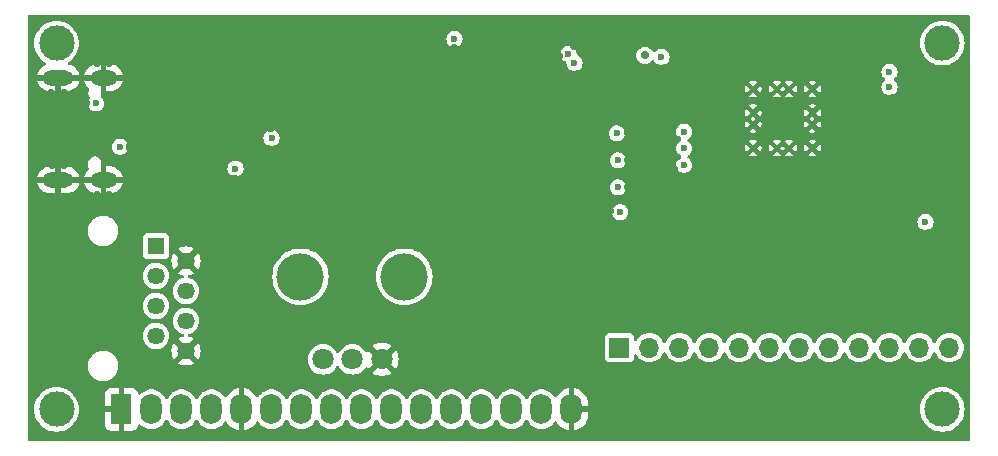
<source format=gbr>
%TF.GenerationSoftware,KiCad,Pcbnew,8.0.4*%
%TF.CreationDate,2024-10-27T11:38:07-06:00*%
%TF.ProjectId,SnakeTank,536e616b-6554-4616-9e6b-2e6b69636164,rev?*%
%TF.SameCoordinates,Original*%
%TF.FileFunction,Copper,L2,Inr*%
%TF.FilePolarity,Positive*%
%FSLAX46Y46*%
G04 Gerber Fmt 4.6, Leading zero omitted, Abs format (unit mm)*
G04 Created by KiCad (PCBNEW 8.0.4) date 2024-10-27 11:38:07*
%MOMM*%
%LPD*%
G01*
G04 APERTURE LIST*
%TA.AperFunction,ComponentPad*%
%ADD10C,0.400000*%
%TD*%
%TA.AperFunction,WasherPad*%
%ADD11C,4.000000*%
%TD*%
%TA.AperFunction,ComponentPad*%
%ADD12C,1.800000*%
%TD*%
%TA.AperFunction,ComponentPad*%
%ADD13R,1.700000X1.700000*%
%TD*%
%TA.AperFunction,ComponentPad*%
%ADD14O,1.700000X1.700000*%
%TD*%
%TA.AperFunction,ComponentPad*%
%ADD15R,1.458000X1.458000*%
%TD*%
%TA.AperFunction,ComponentPad*%
%ADD16C,1.458000*%
%TD*%
%TA.AperFunction,ComponentPad*%
%ADD17O,2.300000X1.300000*%
%TD*%
%TA.AperFunction,ComponentPad*%
%ADD18O,2.600000X1.300000*%
%TD*%
%TA.AperFunction,ComponentPad*%
%ADD19O,1.800000X2.600000*%
%TD*%
%TA.AperFunction,ComponentPad*%
%ADD20R,1.800000X2.600000*%
%TD*%
%TA.AperFunction,ComponentPad*%
%ADD21C,3.000000*%
%TD*%
%TA.AperFunction,ViaPad*%
%ADD22C,0.700000*%
%TD*%
%TA.AperFunction,ViaPad*%
%ADD23C,0.600000*%
%TD*%
G04 APERTURE END LIST*
D10*
%TO.N,GND*%
%TO.C,U2*%
X84920000Y-35914000D03*
X79920000Y-35914000D03*
X84920000Y-32914000D03*
X82920000Y-35914000D03*
X82920000Y-30914000D03*
X79920000Y-30914000D03*
X84920000Y-33914000D03*
X81920000Y-35914000D03*
X79920000Y-32914000D03*
X84920000Y-30914000D03*
X79920000Y-33914000D03*
X81920000Y-30914000D03*
%TD*%
D11*
%TO.N,*%
%TO.C,RV1*%
X41574000Y-46802000D03*
X50374000Y-46802000D03*
D12*
%TO.N,GND*%
X48474000Y-53802000D03*
%TO.N,Net-(DS1-VO)*%
X45974000Y-53802000D03*
%TO.N,+5V*%
X43474000Y-53802000D03*
%TD*%
D13*
%TO.N,IO3*%
%TO.C,J1*%
X68580000Y-52807000D03*
D14*
%TO.N,IO46*%
X71120000Y-52807000D03*
%TO.N,IO9*%
X73660000Y-52807000D03*
%TO.N,IO10*%
X76200000Y-52807000D03*
%TO.N,IO11*%
X78740000Y-52807000D03*
%TO.N,IO12*%
X81280000Y-52807000D03*
%TO.N,IO13*%
X83820000Y-52807000D03*
%TO.N,IO14*%
X86360000Y-52807000D03*
%TO.N,IO21*%
X88900000Y-52807000D03*
%TO.N,IO47*%
X91440000Y-52807000D03*
%TO.N,IO48*%
X93980000Y-52807000D03*
%TO.N,IO45*%
X96520000Y-52807000D03*
%TD*%
D15*
%TO.N,+5V*%
%TO.C,J3*%
X29340000Y-44196000D03*
D16*
%TO.N,GND*%
X31880000Y-45466000D03*
%TO.N,DHT11_1_data*%
X29340000Y-46736000D03*
%TO.N,DHT11_2_data*%
X31880000Y-48006000D03*
%TO.N,DHT11_3_data*%
X29340000Y-49276000D03*
%TO.N,DHT11_4_data*%
X31880000Y-50546000D03*
%TO.N,+5V*%
X29340000Y-51816000D03*
%TO.N,GND*%
X31880000Y-53086000D03*
%TD*%
D17*
%TO.N,GND*%
%TO.C,J2*%
X24898000Y-29966000D03*
D18*
X21073000Y-29966000D03*
D17*
X24898000Y-38606000D03*
D18*
X21073000Y-38606000D03*
%TD*%
D19*
%TO.N,GND*%
%TO.C,DS1*%
X64516000Y-58029500D03*
%TO.N,+5V*%
X61976000Y-58029500D03*
%TO.N,LCD_D7*%
X59436000Y-58029500D03*
%TO.N,LCD_D6*%
X56896000Y-58029500D03*
%TO.N,LCD_D5*%
X54356000Y-58029500D03*
%TO.N,LCD_D4*%
X51816000Y-58029500D03*
%TO.N,unconnected-(DS1-D3-Pad10)*%
X49276000Y-58029500D03*
%TO.N,unconnected-(DS1-D2-Pad9)*%
X46736000Y-58029500D03*
%TO.N,unconnected-(DS1-D1-Pad8)*%
X44196000Y-58029500D03*
%TO.N,unconnected-(DS1-D0-Pad7)*%
X41656000Y-58029500D03*
%TO.N,LCD_E*%
X39116000Y-58029500D03*
%TO.N,GND*%
X36576000Y-58029500D03*
%TO.N,LCD_RS*%
X34036000Y-58029500D03*
%TO.N,Net-(DS1-VO)*%
X31496000Y-58029500D03*
%TO.N,+5V*%
X28956000Y-58029500D03*
D20*
%TO.N,GND*%
X26416000Y-58029500D03*
D21*
%TO.N,*%
X95916000Y-58029500D03*
X95915480Y-27028800D03*
X20916900Y-58029500D03*
X20916900Y-27028800D03*
%TD*%
D22*
%TO.N,GND*%
X70104000Y-58420000D03*
X47498000Y-28702000D03*
X41275000Y-30353000D03*
X54864000Y-43434000D03*
D23*
X27051000Y-35814000D03*
X23495000Y-32131000D03*
%TO.N,Net-(FB1-Pad2)*%
X26289000Y-35814000D03*
X24257083Y-32131832D03*
D22*
%TO.N,GND*%
X61658500Y-33083500D03*
X64770000Y-27305000D03*
X63475180Y-28097364D03*
X27559000Y-36576000D03*
X24384000Y-39878000D03*
X25400000Y-39878000D03*
X24384000Y-28702000D03*
X20447000Y-31242000D03*
X30734000Y-54229000D03*
X30861000Y-46482000D03*
D23*
X39114946Y-34299628D03*
X36068000Y-38407903D03*
D22*
X30351000Y-32254000D03*
X32764000Y-38350000D03*
X25400000Y-28702000D03*
X21590000Y-31242000D03*
X21590000Y-37338000D03*
X20574000Y-37338000D03*
X33147000Y-44323000D03*
X30861000Y-51816000D03*
X66421000Y-58039000D03*
X24130000Y-58039000D03*
X37719000Y-55880000D03*
X54610000Y-27472403D03*
X56007000Y-28829000D03*
X90678000Y-25654000D03*
X77343000Y-25654000D03*
X26148236Y-37345764D03*
X26287000Y-31238000D03*
D23*
X73533000Y-35179000D03*
X73533000Y-36703000D03*
X73279000Y-37719000D03*
%TO.N,LCD_D4*%
X74041000Y-37338000D03*
%TO.N,LCD_E*%
X74041000Y-35941000D03*
%TO.N,LCD_RS*%
X74041000Y-34544000D03*
D22*
%TO.N,GND*%
X73279000Y-25781000D03*
D23*
X41026531Y-34480500D03*
X36576000Y-36449000D03*
D22*
X35179000Y-54229000D03*
X67809386Y-41246586D03*
X69323486Y-39224486D03*
X69342000Y-36957000D03*
X69342000Y-34671000D03*
X41656000Y-43434000D03*
X50292000Y-43434000D03*
D23*
%TO.N,/CHIP_PU*%
X72136000Y-28194000D03*
X64770000Y-28702000D03*
D22*
%TO.N,ESP_3V3*%
X70739000Y-28067000D03*
D23*
X64262000Y-27940000D03*
D22*
%TO.N,GND*%
X24763000Y-26412000D03*
X25779000Y-26412000D03*
D23*
%TO.N,/GPIO_0*%
X94488000Y-42164000D03*
X54610000Y-26670000D03*
%TO.N,/FTDI_UART_RX*%
X91440000Y-29464000D03*
X39121698Y-35052000D03*
%TO.N,DHT11_3_data*%
X68453000Y-39243000D03*
%TO.N,DHT11_2_data*%
X68453000Y-36957000D03*
%TO.N,DHT11_1_data*%
X68344880Y-34671000D03*
%TO.N,DHT11_4_data*%
X68643000Y-41339000D03*
%TO.N,/FDTI_UART_TX*%
X91440000Y-30734000D03*
X36068000Y-37655500D03*
D22*
%TO.N,GND*%
X63754000Y-30861000D03*
%TD*%
%TA.AperFunction,Conductor*%
%TO.N,GND*%
G36*
X98208539Y-24650185D02*
G01*
X98254294Y-24702989D01*
X98265500Y-24754500D01*
X98265500Y-60589500D01*
X98245815Y-60656539D01*
X98193011Y-60702294D01*
X98141500Y-60713500D01*
X18618500Y-60713500D01*
X18551461Y-60693815D01*
X18505706Y-60641011D01*
X18494500Y-60589500D01*
X18494500Y-58029498D01*
X19030594Y-58029498D01*
X19030594Y-58029501D01*
X19049794Y-58297950D01*
X19049795Y-58297957D01*
X19107001Y-58560927D01*
X19107003Y-58560934D01*
X19117326Y-58588611D01*
X19201056Y-58813101D01*
X19201058Y-58813105D01*
X19330034Y-59049308D01*
X19330039Y-59049316D01*
X19491318Y-59264760D01*
X19491334Y-59264778D01*
X19681621Y-59455065D01*
X19681639Y-59455081D01*
X19897083Y-59616360D01*
X19897091Y-59616365D01*
X20133294Y-59745341D01*
X20133298Y-59745343D01*
X20133300Y-59745344D01*
X20385466Y-59839397D01*
X20648451Y-59896606D01*
X20896219Y-59914326D01*
X20916899Y-59915806D01*
X20916900Y-59915806D01*
X20916901Y-59915806D01*
X20936101Y-59914432D01*
X21185349Y-59896606D01*
X21448334Y-59839397D01*
X21700500Y-59745344D01*
X21936714Y-59616362D01*
X22152168Y-59455075D01*
X22342475Y-59264768D01*
X22503762Y-59049314D01*
X22632744Y-58813100D01*
X22726797Y-58560934D01*
X22784006Y-58297949D01*
X22803206Y-58029500D01*
X22784006Y-57761051D01*
X22726797Y-57498066D01*
X22632744Y-57245900D01*
X22573594Y-57137575D01*
X22503765Y-57009691D01*
X22503760Y-57009683D01*
X22342481Y-56794239D01*
X22342465Y-56794221D01*
X22229899Y-56681655D01*
X25016000Y-56681655D01*
X25016000Y-57779500D01*
X25867518Y-57779500D01*
X25856889Y-57797909D01*
X25816000Y-57950509D01*
X25816000Y-58108491D01*
X25856889Y-58261091D01*
X25867518Y-58279500D01*
X25016000Y-58279500D01*
X25016000Y-59377344D01*
X25022401Y-59436872D01*
X25022403Y-59436879D01*
X25072645Y-59571586D01*
X25072649Y-59571593D01*
X25158809Y-59686687D01*
X25158812Y-59686690D01*
X25273906Y-59772850D01*
X25273913Y-59772854D01*
X25408620Y-59823096D01*
X25408627Y-59823098D01*
X25468155Y-59829499D01*
X25468172Y-59829500D01*
X26166000Y-59829500D01*
X26166000Y-58577982D01*
X26184409Y-58588611D01*
X26337009Y-58629500D01*
X26494991Y-58629500D01*
X26647591Y-58588611D01*
X26666000Y-58577982D01*
X26666000Y-59829500D01*
X27363828Y-59829500D01*
X27363844Y-59829499D01*
X27423372Y-59823098D01*
X27423379Y-59823096D01*
X27558086Y-59772854D01*
X27558093Y-59772850D01*
X27673187Y-59686690D01*
X27673190Y-59686687D01*
X27759350Y-59571593D01*
X27759354Y-59571586D01*
X27809596Y-59436879D01*
X27809598Y-59436872D01*
X27815041Y-59386252D01*
X27841779Y-59321700D01*
X27899171Y-59281852D01*
X27968996Y-59279359D01*
X28026011Y-59311826D01*
X28121159Y-59406974D01*
X28284347Y-59525537D01*
X28369260Y-59568802D01*
X28464070Y-59617111D01*
X28464072Y-59617111D01*
X28464075Y-59617113D01*
X28566904Y-59650524D01*
X28655914Y-59679446D01*
X28855139Y-59711000D01*
X28855144Y-59711000D01*
X29056861Y-59711000D01*
X29256085Y-59679446D01*
X29447925Y-59617113D01*
X29627653Y-59525537D01*
X29790841Y-59406974D01*
X29933474Y-59264341D01*
X30052037Y-59101153D01*
X30115515Y-58976569D01*
X30163490Y-58925774D01*
X30231310Y-58908979D01*
X30297445Y-58931516D01*
X30336484Y-58976569D01*
X30399963Y-59101153D01*
X30518526Y-59264341D01*
X30661159Y-59406974D01*
X30824347Y-59525537D01*
X30909260Y-59568802D01*
X31004070Y-59617111D01*
X31004072Y-59617111D01*
X31004075Y-59617113D01*
X31106904Y-59650524D01*
X31195914Y-59679446D01*
X31395139Y-59711000D01*
X31395144Y-59711000D01*
X31596861Y-59711000D01*
X31796085Y-59679446D01*
X31987925Y-59617113D01*
X32167653Y-59525537D01*
X32330841Y-59406974D01*
X32473474Y-59264341D01*
X32592037Y-59101153D01*
X32655515Y-58976569D01*
X32703490Y-58925774D01*
X32771310Y-58908979D01*
X32837445Y-58931516D01*
X32876484Y-58976569D01*
X32939963Y-59101153D01*
X33058526Y-59264341D01*
X33201159Y-59406974D01*
X33364347Y-59525537D01*
X33449260Y-59568802D01*
X33544070Y-59617111D01*
X33544072Y-59617111D01*
X33544075Y-59617113D01*
X33646904Y-59650524D01*
X33735914Y-59679446D01*
X33935139Y-59711000D01*
X33935144Y-59711000D01*
X34136861Y-59711000D01*
X34336085Y-59679446D01*
X34527925Y-59617113D01*
X34707653Y-59525537D01*
X34870841Y-59406974D01*
X35013474Y-59264341D01*
X35132037Y-59101153D01*
X35132041Y-59101146D01*
X35133698Y-59098442D01*
X35134598Y-59097627D01*
X35134901Y-59097211D01*
X35134988Y-59097274D01*
X35185509Y-59051565D01*
X35254438Y-59040140D01*
X35318602Y-59067795D01*
X35349913Y-59106933D01*
X35378613Y-59163260D01*
X35508142Y-59341541D01*
X35663958Y-59497357D01*
X35842239Y-59626886D01*
X36038589Y-59726932D01*
X36248163Y-59795026D01*
X36325999Y-59807354D01*
X36326000Y-59807354D01*
X36326000Y-58577982D01*
X36344409Y-58588611D01*
X36497009Y-58629500D01*
X36654991Y-58629500D01*
X36807591Y-58588611D01*
X36826000Y-58577982D01*
X36826000Y-59807354D01*
X36903834Y-59795026D01*
X36903837Y-59795026D01*
X37113410Y-59726932D01*
X37309760Y-59626886D01*
X37488041Y-59497357D01*
X37643857Y-59341541D01*
X37773388Y-59163258D01*
X37802086Y-59106934D01*
X37850059Y-59056138D01*
X37917880Y-59039342D01*
X37984015Y-59061879D01*
X38018294Y-59098431D01*
X38019958Y-59101146D01*
X38019962Y-59101152D01*
X38019963Y-59101153D01*
X38138526Y-59264341D01*
X38281159Y-59406974D01*
X38444347Y-59525537D01*
X38529260Y-59568802D01*
X38624070Y-59617111D01*
X38624072Y-59617111D01*
X38624075Y-59617113D01*
X38726904Y-59650524D01*
X38815914Y-59679446D01*
X39015139Y-59711000D01*
X39015144Y-59711000D01*
X39216861Y-59711000D01*
X39416085Y-59679446D01*
X39607925Y-59617113D01*
X39787653Y-59525537D01*
X39950841Y-59406974D01*
X40093474Y-59264341D01*
X40212037Y-59101153D01*
X40275515Y-58976569D01*
X40323490Y-58925774D01*
X40391310Y-58908979D01*
X40457445Y-58931516D01*
X40496484Y-58976569D01*
X40559963Y-59101153D01*
X40678526Y-59264341D01*
X40821159Y-59406974D01*
X40984347Y-59525537D01*
X41069260Y-59568802D01*
X41164070Y-59617111D01*
X41164072Y-59617111D01*
X41164075Y-59617113D01*
X41266904Y-59650524D01*
X41355914Y-59679446D01*
X41555139Y-59711000D01*
X41555144Y-59711000D01*
X41756861Y-59711000D01*
X41956085Y-59679446D01*
X42147925Y-59617113D01*
X42327653Y-59525537D01*
X42490841Y-59406974D01*
X42633474Y-59264341D01*
X42752037Y-59101153D01*
X42815515Y-58976569D01*
X42863490Y-58925774D01*
X42931310Y-58908979D01*
X42997445Y-58931516D01*
X43036484Y-58976569D01*
X43099963Y-59101153D01*
X43218526Y-59264341D01*
X43361159Y-59406974D01*
X43524347Y-59525537D01*
X43609260Y-59568802D01*
X43704070Y-59617111D01*
X43704072Y-59617111D01*
X43704075Y-59617113D01*
X43806904Y-59650524D01*
X43895914Y-59679446D01*
X44095139Y-59711000D01*
X44095144Y-59711000D01*
X44296861Y-59711000D01*
X44496085Y-59679446D01*
X44687925Y-59617113D01*
X44867653Y-59525537D01*
X45030841Y-59406974D01*
X45173474Y-59264341D01*
X45292037Y-59101153D01*
X45355515Y-58976569D01*
X45403490Y-58925774D01*
X45471310Y-58908979D01*
X45537445Y-58931516D01*
X45576484Y-58976569D01*
X45639963Y-59101153D01*
X45758526Y-59264341D01*
X45901159Y-59406974D01*
X46064347Y-59525537D01*
X46149260Y-59568802D01*
X46244070Y-59617111D01*
X46244072Y-59617111D01*
X46244075Y-59617113D01*
X46346904Y-59650524D01*
X46435914Y-59679446D01*
X46635139Y-59711000D01*
X46635144Y-59711000D01*
X46836861Y-59711000D01*
X47036085Y-59679446D01*
X47227925Y-59617113D01*
X47407653Y-59525537D01*
X47570841Y-59406974D01*
X47713474Y-59264341D01*
X47832037Y-59101153D01*
X47895515Y-58976569D01*
X47943490Y-58925774D01*
X48011310Y-58908979D01*
X48077445Y-58931516D01*
X48116484Y-58976569D01*
X48179963Y-59101153D01*
X48298526Y-59264341D01*
X48441159Y-59406974D01*
X48604347Y-59525537D01*
X48689260Y-59568802D01*
X48784070Y-59617111D01*
X48784072Y-59617111D01*
X48784075Y-59617113D01*
X48886904Y-59650524D01*
X48975914Y-59679446D01*
X49175139Y-59711000D01*
X49175144Y-59711000D01*
X49376861Y-59711000D01*
X49576085Y-59679446D01*
X49767925Y-59617113D01*
X49947653Y-59525537D01*
X50110841Y-59406974D01*
X50253474Y-59264341D01*
X50372037Y-59101153D01*
X50435515Y-58976569D01*
X50483490Y-58925774D01*
X50551310Y-58908979D01*
X50617445Y-58931516D01*
X50656484Y-58976569D01*
X50719963Y-59101153D01*
X50838526Y-59264341D01*
X50981159Y-59406974D01*
X51144347Y-59525537D01*
X51229260Y-59568802D01*
X51324070Y-59617111D01*
X51324072Y-59617111D01*
X51324075Y-59617113D01*
X51426904Y-59650524D01*
X51515914Y-59679446D01*
X51715139Y-59711000D01*
X51715144Y-59711000D01*
X51916861Y-59711000D01*
X52116085Y-59679446D01*
X52307925Y-59617113D01*
X52487653Y-59525537D01*
X52650841Y-59406974D01*
X52793474Y-59264341D01*
X52912037Y-59101153D01*
X52975515Y-58976569D01*
X53023490Y-58925774D01*
X53091310Y-58908979D01*
X53157445Y-58931516D01*
X53196484Y-58976569D01*
X53259963Y-59101153D01*
X53378526Y-59264341D01*
X53521159Y-59406974D01*
X53684347Y-59525537D01*
X53769260Y-59568802D01*
X53864070Y-59617111D01*
X53864072Y-59617111D01*
X53864075Y-59617113D01*
X53966904Y-59650524D01*
X54055914Y-59679446D01*
X54255139Y-59711000D01*
X54255144Y-59711000D01*
X54456861Y-59711000D01*
X54656085Y-59679446D01*
X54847925Y-59617113D01*
X55027653Y-59525537D01*
X55190841Y-59406974D01*
X55333474Y-59264341D01*
X55452037Y-59101153D01*
X55515515Y-58976569D01*
X55563490Y-58925774D01*
X55631310Y-58908979D01*
X55697445Y-58931516D01*
X55736484Y-58976569D01*
X55799963Y-59101153D01*
X55918526Y-59264341D01*
X56061159Y-59406974D01*
X56224347Y-59525537D01*
X56309260Y-59568802D01*
X56404070Y-59617111D01*
X56404072Y-59617111D01*
X56404075Y-59617113D01*
X56506904Y-59650524D01*
X56595914Y-59679446D01*
X56795139Y-59711000D01*
X56795144Y-59711000D01*
X56996861Y-59711000D01*
X57196085Y-59679446D01*
X57387925Y-59617113D01*
X57567653Y-59525537D01*
X57730841Y-59406974D01*
X57873474Y-59264341D01*
X57992037Y-59101153D01*
X58055515Y-58976569D01*
X58103490Y-58925774D01*
X58171310Y-58908979D01*
X58237445Y-58931516D01*
X58276484Y-58976569D01*
X58339963Y-59101153D01*
X58458526Y-59264341D01*
X58601159Y-59406974D01*
X58764347Y-59525537D01*
X58849260Y-59568802D01*
X58944070Y-59617111D01*
X58944072Y-59617111D01*
X58944075Y-59617113D01*
X59046904Y-59650524D01*
X59135914Y-59679446D01*
X59335139Y-59711000D01*
X59335144Y-59711000D01*
X59536861Y-59711000D01*
X59736085Y-59679446D01*
X59927925Y-59617113D01*
X60107653Y-59525537D01*
X60270841Y-59406974D01*
X60413474Y-59264341D01*
X60532037Y-59101153D01*
X60595515Y-58976569D01*
X60643490Y-58925774D01*
X60711310Y-58908979D01*
X60777445Y-58931516D01*
X60816484Y-58976569D01*
X60879963Y-59101153D01*
X60998526Y-59264341D01*
X61141159Y-59406974D01*
X61304347Y-59525537D01*
X61389260Y-59568802D01*
X61484070Y-59617111D01*
X61484072Y-59617111D01*
X61484075Y-59617113D01*
X61586904Y-59650524D01*
X61675914Y-59679446D01*
X61875139Y-59711000D01*
X61875144Y-59711000D01*
X62076861Y-59711000D01*
X62276085Y-59679446D01*
X62467925Y-59617113D01*
X62647653Y-59525537D01*
X62810841Y-59406974D01*
X62953474Y-59264341D01*
X63072037Y-59101153D01*
X63072041Y-59101146D01*
X63073698Y-59098442D01*
X63074598Y-59097627D01*
X63074901Y-59097211D01*
X63074988Y-59097274D01*
X63125509Y-59051565D01*
X63194438Y-59040140D01*
X63258602Y-59067795D01*
X63289913Y-59106933D01*
X63318613Y-59163260D01*
X63448142Y-59341541D01*
X63603958Y-59497357D01*
X63782239Y-59626886D01*
X63978589Y-59726932D01*
X64188163Y-59795026D01*
X64265999Y-59807354D01*
X64266000Y-59807354D01*
X64266000Y-58577982D01*
X64284409Y-58588611D01*
X64437009Y-58629500D01*
X64594991Y-58629500D01*
X64747591Y-58588611D01*
X64766000Y-58577982D01*
X64766000Y-59807354D01*
X64843834Y-59795026D01*
X64843837Y-59795026D01*
X65053410Y-59726932D01*
X65249760Y-59626886D01*
X65428041Y-59497357D01*
X65583857Y-59341541D01*
X65713386Y-59163260D01*
X65813432Y-58966910D01*
X65881526Y-58757335D01*
X65916000Y-58539681D01*
X65916000Y-58279500D01*
X65064482Y-58279500D01*
X65075111Y-58261091D01*
X65116000Y-58108491D01*
X65116000Y-58029498D01*
X94029694Y-58029498D01*
X94029694Y-58029501D01*
X94048894Y-58297950D01*
X94048895Y-58297957D01*
X94106101Y-58560927D01*
X94106103Y-58560934D01*
X94116426Y-58588611D01*
X94200156Y-58813101D01*
X94200158Y-58813105D01*
X94329134Y-59049308D01*
X94329139Y-59049316D01*
X94490418Y-59264760D01*
X94490434Y-59264778D01*
X94680721Y-59455065D01*
X94680739Y-59455081D01*
X94896183Y-59616360D01*
X94896191Y-59616365D01*
X95132394Y-59745341D01*
X95132398Y-59745343D01*
X95132400Y-59745344D01*
X95384566Y-59839397D01*
X95647551Y-59896606D01*
X95895319Y-59914326D01*
X95915999Y-59915806D01*
X95916000Y-59915806D01*
X95916001Y-59915806D01*
X95935201Y-59914432D01*
X96184449Y-59896606D01*
X96447434Y-59839397D01*
X96699600Y-59745344D01*
X96935814Y-59616362D01*
X97151268Y-59455075D01*
X97341575Y-59264768D01*
X97502862Y-59049314D01*
X97631844Y-58813100D01*
X97725897Y-58560934D01*
X97783106Y-58297949D01*
X97802306Y-58029500D01*
X97783106Y-57761051D01*
X97725897Y-57498066D01*
X97631844Y-57245900D01*
X97572694Y-57137575D01*
X97502865Y-57009691D01*
X97502860Y-57009683D01*
X97341581Y-56794239D01*
X97341565Y-56794221D01*
X97151278Y-56603934D01*
X97151260Y-56603918D01*
X96935816Y-56442639D01*
X96935808Y-56442634D01*
X96699605Y-56313658D01*
X96699601Y-56313656D01*
X96604000Y-56277999D01*
X96447434Y-56219603D01*
X96447430Y-56219602D01*
X96447427Y-56219601D01*
X96184457Y-56162395D01*
X96184450Y-56162394D01*
X95916001Y-56143194D01*
X95915999Y-56143194D01*
X95647549Y-56162394D01*
X95647542Y-56162395D01*
X95384572Y-56219601D01*
X95384567Y-56219602D01*
X95384566Y-56219603D01*
X95340864Y-56235903D01*
X95132398Y-56313656D01*
X95132394Y-56313658D01*
X94896191Y-56442634D01*
X94896183Y-56442639D01*
X94680739Y-56603918D01*
X94680721Y-56603934D01*
X94490434Y-56794221D01*
X94490418Y-56794239D01*
X94329139Y-57009683D01*
X94329134Y-57009691D01*
X94200158Y-57245894D01*
X94200156Y-57245898D01*
X94106101Y-57498072D01*
X94048895Y-57761042D01*
X94048894Y-57761049D01*
X94029694Y-58029498D01*
X65116000Y-58029498D01*
X65116000Y-57950509D01*
X65075111Y-57797909D01*
X65064482Y-57779500D01*
X65916000Y-57779500D01*
X65916000Y-57519318D01*
X65881526Y-57301664D01*
X65813432Y-57092089D01*
X65713386Y-56895739D01*
X65583857Y-56717458D01*
X65428041Y-56561642D01*
X65249760Y-56432113D01*
X65053410Y-56332067D01*
X64843836Y-56263973D01*
X64766000Y-56251644D01*
X64766000Y-57481017D01*
X64747591Y-57470389D01*
X64594991Y-57429500D01*
X64437009Y-57429500D01*
X64284409Y-57470389D01*
X64266000Y-57481017D01*
X64266000Y-56251644D01*
X64188164Y-56263973D01*
X64188161Y-56263973D01*
X63978589Y-56332067D01*
X63782239Y-56432113D01*
X63603958Y-56561642D01*
X63448142Y-56717458D01*
X63318611Y-56895741D01*
X63289912Y-56952067D01*
X63241938Y-57002862D01*
X63174116Y-57019657D01*
X63107982Y-56997119D01*
X63073703Y-56960564D01*
X63072043Y-56957855D01*
X63026914Y-56895741D01*
X62953474Y-56794659D01*
X62810841Y-56652026D01*
X62647653Y-56533463D01*
X62467929Y-56441888D01*
X62276085Y-56379553D01*
X62076861Y-56348000D01*
X62076856Y-56348000D01*
X61875144Y-56348000D01*
X61875139Y-56348000D01*
X61675914Y-56379553D01*
X61484070Y-56441888D01*
X61304346Y-56533463D01*
X61211242Y-56601107D01*
X61141159Y-56652026D01*
X61141157Y-56652028D01*
X61141156Y-56652028D01*
X60998528Y-56794656D01*
X60998528Y-56794657D01*
X60998526Y-56794659D01*
X60947607Y-56864742D01*
X60879963Y-56957846D01*
X60816485Y-57082429D01*
X60768510Y-57133225D01*
X60700689Y-57150020D01*
X60634554Y-57127482D01*
X60595515Y-57082429D01*
X60552047Y-56997119D01*
X60532037Y-56957847D01*
X60413474Y-56794659D01*
X60270841Y-56652026D01*
X60107653Y-56533463D01*
X59927929Y-56441888D01*
X59736085Y-56379553D01*
X59536861Y-56348000D01*
X59536856Y-56348000D01*
X59335144Y-56348000D01*
X59335139Y-56348000D01*
X59135914Y-56379553D01*
X58944070Y-56441888D01*
X58764346Y-56533463D01*
X58671242Y-56601107D01*
X58601159Y-56652026D01*
X58601157Y-56652028D01*
X58601156Y-56652028D01*
X58458528Y-56794656D01*
X58458528Y-56794657D01*
X58458526Y-56794659D01*
X58407607Y-56864742D01*
X58339963Y-56957846D01*
X58276485Y-57082429D01*
X58228510Y-57133225D01*
X58160689Y-57150020D01*
X58094554Y-57127482D01*
X58055515Y-57082429D01*
X58012047Y-56997119D01*
X57992037Y-56957847D01*
X57873474Y-56794659D01*
X57730841Y-56652026D01*
X57567653Y-56533463D01*
X57387929Y-56441888D01*
X57196085Y-56379553D01*
X56996861Y-56348000D01*
X56996856Y-56348000D01*
X56795144Y-56348000D01*
X56795139Y-56348000D01*
X56595914Y-56379553D01*
X56404070Y-56441888D01*
X56224346Y-56533463D01*
X56131242Y-56601107D01*
X56061159Y-56652026D01*
X56061157Y-56652028D01*
X56061156Y-56652028D01*
X55918528Y-56794656D01*
X55918528Y-56794657D01*
X55918526Y-56794659D01*
X55867607Y-56864742D01*
X55799963Y-56957846D01*
X55736485Y-57082429D01*
X55688510Y-57133225D01*
X55620689Y-57150020D01*
X55554554Y-57127482D01*
X55515515Y-57082429D01*
X55472047Y-56997119D01*
X55452037Y-56957847D01*
X55333474Y-56794659D01*
X55190841Y-56652026D01*
X55027653Y-56533463D01*
X54847929Y-56441888D01*
X54656085Y-56379553D01*
X54456861Y-56348000D01*
X54456856Y-56348000D01*
X54255144Y-56348000D01*
X54255139Y-56348000D01*
X54055914Y-56379553D01*
X53864070Y-56441888D01*
X53684346Y-56533463D01*
X53591242Y-56601107D01*
X53521159Y-56652026D01*
X53521157Y-56652028D01*
X53521156Y-56652028D01*
X53378528Y-56794656D01*
X53378528Y-56794657D01*
X53378526Y-56794659D01*
X53327607Y-56864742D01*
X53259963Y-56957846D01*
X53196485Y-57082429D01*
X53148510Y-57133225D01*
X53080689Y-57150020D01*
X53014554Y-57127482D01*
X52975515Y-57082429D01*
X52932047Y-56997119D01*
X52912037Y-56957847D01*
X52793474Y-56794659D01*
X52650841Y-56652026D01*
X52487653Y-56533463D01*
X52307929Y-56441888D01*
X52116085Y-56379553D01*
X51916861Y-56348000D01*
X51916856Y-56348000D01*
X51715144Y-56348000D01*
X51715139Y-56348000D01*
X51515914Y-56379553D01*
X51324070Y-56441888D01*
X51144346Y-56533463D01*
X51051242Y-56601107D01*
X50981159Y-56652026D01*
X50981157Y-56652028D01*
X50981156Y-56652028D01*
X50838528Y-56794656D01*
X50838528Y-56794657D01*
X50838526Y-56794659D01*
X50787607Y-56864742D01*
X50719963Y-56957846D01*
X50656485Y-57082429D01*
X50608510Y-57133225D01*
X50540689Y-57150020D01*
X50474554Y-57127482D01*
X50435515Y-57082429D01*
X50392047Y-56997119D01*
X50372037Y-56957847D01*
X50253474Y-56794659D01*
X50110841Y-56652026D01*
X49947653Y-56533463D01*
X49767929Y-56441888D01*
X49576085Y-56379553D01*
X49376861Y-56348000D01*
X49376856Y-56348000D01*
X49175144Y-56348000D01*
X49175139Y-56348000D01*
X48975914Y-56379553D01*
X48784070Y-56441888D01*
X48604346Y-56533463D01*
X48511242Y-56601107D01*
X48441159Y-56652026D01*
X48441157Y-56652028D01*
X48441156Y-56652028D01*
X48298528Y-56794656D01*
X48298528Y-56794657D01*
X48298526Y-56794659D01*
X48247607Y-56864742D01*
X48179963Y-56957846D01*
X48116485Y-57082429D01*
X48068510Y-57133225D01*
X48000689Y-57150020D01*
X47934554Y-57127482D01*
X47895515Y-57082429D01*
X47852047Y-56997119D01*
X47832037Y-56957847D01*
X47713474Y-56794659D01*
X47570841Y-56652026D01*
X47407653Y-56533463D01*
X47227929Y-56441888D01*
X47036085Y-56379553D01*
X46836861Y-56348000D01*
X46836856Y-56348000D01*
X46635144Y-56348000D01*
X46635139Y-56348000D01*
X46435914Y-56379553D01*
X46244070Y-56441888D01*
X46064346Y-56533463D01*
X45971242Y-56601107D01*
X45901159Y-56652026D01*
X45901157Y-56652028D01*
X45901156Y-56652028D01*
X45758528Y-56794656D01*
X45758528Y-56794657D01*
X45758526Y-56794659D01*
X45707607Y-56864742D01*
X45639963Y-56957846D01*
X45576485Y-57082429D01*
X45528510Y-57133225D01*
X45460689Y-57150020D01*
X45394554Y-57127482D01*
X45355515Y-57082429D01*
X45312047Y-56997119D01*
X45292037Y-56957847D01*
X45173474Y-56794659D01*
X45030841Y-56652026D01*
X44867653Y-56533463D01*
X44687929Y-56441888D01*
X44496085Y-56379553D01*
X44296861Y-56348000D01*
X44296856Y-56348000D01*
X44095144Y-56348000D01*
X44095139Y-56348000D01*
X43895914Y-56379553D01*
X43704070Y-56441888D01*
X43524346Y-56533463D01*
X43431242Y-56601107D01*
X43361159Y-56652026D01*
X43361157Y-56652028D01*
X43361156Y-56652028D01*
X43218528Y-56794656D01*
X43218528Y-56794657D01*
X43218526Y-56794659D01*
X43167607Y-56864742D01*
X43099963Y-56957846D01*
X43036485Y-57082429D01*
X42988510Y-57133225D01*
X42920689Y-57150020D01*
X42854554Y-57127482D01*
X42815515Y-57082429D01*
X42772047Y-56997119D01*
X42752037Y-56957847D01*
X42633474Y-56794659D01*
X42490841Y-56652026D01*
X42327653Y-56533463D01*
X42147929Y-56441888D01*
X41956085Y-56379553D01*
X41756861Y-56348000D01*
X41756856Y-56348000D01*
X41555144Y-56348000D01*
X41555139Y-56348000D01*
X41355914Y-56379553D01*
X41164070Y-56441888D01*
X40984346Y-56533463D01*
X40891242Y-56601107D01*
X40821159Y-56652026D01*
X40821157Y-56652028D01*
X40821156Y-56652028D01*
X40678528Y-56794656D01*
X40678528Y-56794657D01*
X40678526Y-56794659D01*
X40627607Y-56864742D01*
X40559963Y-56957846D01*
X40496485Y-57082429D01*
X40448510Y-57133225D01*
X40380689Y-57150020D01*
X40314554Y-57127482D01*
X40275515Y-57082429D01*
X40232047Y-56997119D01*
X40212037Y-56957847D01*
X40093474Y-56794659D01*
X39950841Y-56652026D01*
X39787653Y-56533463D01*
X39607929Y-56441888D01*
X39416085Y-56379553D01*
X39216861Y-56348000D01*
X39216856Y-56348000D01*
X39015144Y-56348000D01*
X39015139Y-56348000D01*
X38815914Y-56379553D01*
X38624070Y-56441888D01*
X38444346Y-56533463D01*
X38351242Y-56601107D01*
X38281159Y-56652026D01*
X38281157Y-56652028D01*
X38281156Y-56652028D01*
X38138528Y-56794656D01*
X38138528Y-56794657D01*
X38138526Y-56794659D01*
X38094145Y-56855743D01*
X38019957Y-56957854D01*
X38018290Y-56960575D01*
X38017388Y-56961390D01*
X38017099Y-56961789D01*
X38017015Y-56961728D01*
X37966471Y-57007444D01*
X37897540Y-57018857D01*
X37833381Y-56991191D01*
X37802086Y-56952065D01*
X37773388Y-56895741D01*
X37643857Y-56717458D01*
X37488041Y-56561642D01*
X37309760Y-56432113D01*
X37113410Y-56332067D01*
X36903836Y-56263973D01*
X36826000Y-56251644D01*
X36826000Y-57481017D01*
X36807591Y-57470389D01*
X36654991Y-57429500D01*
X36497009Y-57429500D01*
X36344409Y-57470389D01*
X36326000Y-57481017D01*
X36326000Y-56251644D01*
X36248164Y-56263973D01*
X36248161Y-56263973D01*
X36038589Y-56332067D01*
X35842239Y-56432113D01*
X35663958Y-56561642D01*
X35508142Y-56717458D01*
X35378611Y-56895741D01*
X35349912Y-56952067D01*
X35301938Y-57002862D01*
X35234116Y-57019657D01*
X35167982Y-56997119D01*
X35133703Y-56960564D01*
X35132043Y-56957855D01*
X35086914Y-56895741D01*
X35013474Y-56794659D01*
X34870841Y-56652026D01*
X34707653Y-56533463D01*
X34527929Y-56441888D01*
X34336085Y-56379553D01*
X34136861Y-56348000D01*
X34136856Y-56348000D01*
X33935144Y-56348000D01*
X33935139Y-56348000D01*
X33735914Y-56379553D01*
X33544070Y-56441888D01*
X33364346Y-56533463D01*
X33271242Y-56601107D01*
X33201159Y-56652026D01*
X33201157Y-56652028D01*
X33201156Y-56652028D01*
X33058528Y-56794656D01*
X33058528Y-56794657D01*
X33058526Y-56794659D01*
X33007607Y-56864742D01*
X32939963Y-56957846D01*
X32876485Y-57082429D01*
X32828510Y-57133225D01*
X32760689Y-57150020D01*
X32694554Y-57127482D01*
X32655515Y-57082429D01*
X32612047Y-56997119D01*
X32592037Y-56957847D01*
X32473474Y-56794659D01*
X32330841Y-56652026D01*
X32167653Y-56533463D01*
X31987929Y-56441888D01*
X31796085Y-56379553D01*
X31596861Y-56348000D01*
X31596856Y-56348000D01*
X31395144Y-56348000D01*
X31395139Y-56348000D01*
X31195914Y-56379553D01*
X31004070Y-56441888D01*
X30824346Y-56533463D01*
X30731242Y-56601107D01*
X30661159Y-56652026D01*
X30661157Y-56652028D01*
X30661156Y-56652028D01*
X30518528Y-56794656D01*
X30518528Y-56794657D01*
X30518526Y-56794659D01*
X30467607Y-56864742D01*
X30399963Y-56957846D01*
X30336485Y-57082429D01*
X30288510Y-57133225D01*
X30220689Y-57150020D01*
X30154554Y-57127482D01*
X30115515Y-57082429D01*
X30072047Y-56997119D01*
X30052037Y-56957847D01*
X29933474Y-56794659D01*
X29790841Y-56652026D01*
X29627653Y-56533463D01*
X29447929Y-56441888D01*
X29256085Y-56379553D01*
X29056861Y-56348000D01*
X29056856Y-56348000D01*
X28855144Y-56348000D01*
X28855139Y-56348000D01*
X28655914Y-56379553D01*
X28464070Y-56441888D01*
X28284346Y-56533463D01*
X28121160Y-56652025D01*
X28026011Y-56747174D01*
X27964687Y-56780658D01*
X27894996Y-56775674D01*
X27839063Y-56733802D01*
X27815041Y-56672748D01*
X27809598Y-56622126D01*
X27809596Y-56622120D01*
X27759354Y-56487413D01*
X27759350Y-56487406D01*
X27673190Y-56372312D01*
X27673187Y-56372309D01*
X27558093Y-56286149D01*
X27558086Y-56286145D01*
X27423379Y-56235903D01*
X27423372Y-56235901D01*
X27363844Y-56229500D01*
X26666000Y-56229500D01*
X26666000Y-57481017D01*
X26647591Y-57470389D01*
X26494991Y-57429500D01*
X26337009Y-57429500D01*
X26184409Y-57470389D01*
X26166000Y-57481017D01*
X26166000Y-56229500D01*
X25468155Y-56229500D01*
X25408627Y-56235901D01*
X25408620Y-56235903D01*
X25273913Y-56286145D01*
X25273906Y-56286149D01*
X25158812Y-56372309D01*
X25158809Y-56372312D01*
X25072649Y-56487406D01*
X25072645Y-56487413D01*
X25022403Y-56622120D01*
X25022401Y-56622127D01*
X25016000Y-56681655D01*
X22229899Y-56681655D01*
X22152178Y-56603934D01*
X22152160Y-56603918D01*
X21936716Y-56442639D01*
X21936708Y-56442634D01*
X21700505Y-56313658D01*
X21700501Y-56313656D01*
X21604900Y-56277999D01*
X21448334Y-56219603D01*
X21448330Y-56219602D01*
X21448327Y-56219601D01*
X21185357Y-56162395D01*
X21185350Y-56162394D01*
X20916901Y-56143194D01*
X20916899Y-56143194D01*
X20648449Y-56162394D01*
X20648442Y-56162395D01*
X20385472Y-56219601D01*
X20385467Y-56219602D01*
X20385466Y-56219603D01*
X20341764Y-56235903D01*
X20133298Y-56313656D01*
X20133294Y-56313658D01*
X19897091Y-56442634D01*
X19897083Y-56442639D01*
X19681639Y-56603918D01*
X19681621Y-56603934D01*
X19491334Y-56794221D01*
X19491318Y-56794239D01*
X19330039Y-57009683D01*
X19330034Y-57009691D01*
X19201058Y-57245894D01*
X19201056Y-57245898D01*
X19107001Y-57498072D01*
X19049795Y-57761042D01*
X19049794Y-57761049D01*
X19030594Y-58029498D01*
X18494500Y-58029498D01*
X18494500Y-54255616D01*
X23584500Y-54255616D01*
X23584500Y-54456383D01*
X23615907Y-54654680D01*
X23677949Y-54845626D01*
X23762120Y-55010818D01*
X23769095Y-55024508D01*
X23887103Y-55186932D01*
X24029068Y-55328897D01*
X24191492Y-55446905D01*
X24276007Y-55489967D01*
X24370373Y-55538050D01*
X24370375Y-55538050D01*
X24370378Y-55538052D01*
X24561320Y-55600093D01*
X24759616Y-55631500D01*
X24759617Y-55631500D01*
X24960383Y-55631500D01*
X24960384Y-55631500D01*
X25158680Y-55600093D01*
X25349622Y-55538052D01*
X25528508Y-55446905D01*
X25690932Y-55328897D01*
X25832897Y-55186932D01*
X25950905Y-55024508D01*
X26042052Y-54845622D01*
X26104093Y-54654680D01*
X26135500Y-54456384D01*
X26135500Y-54255616D01*
X26104093Y-54057320D01*
X26042052Y-53866378D01*
X26042050Y-53866375D01*
X26042050Y-53866373D01*
X25958728Y-53702846D01*
X25950905Y-53687492D01*
X25832897Y-53525068D01*
X25690932Y-53383103D01*
X25528508Y-53265095D01*
X25519918Y-53260718D01*
X25349626Y-53173949D01*
X25158680Y-53111907D01*
X25110367Y-53104255D01*
X24995103Y-53085999D01*
X30646305Y-53085999D01*
X30646305Y-53086000D01*
X30665047Y-53300224D01*
X30665049Y-53300234D01*
X30720703Y-53507941D01*
X30720707Y-53507950D01*
X30811588Y-53702846D01*
X30811589Y-53702848D01*
X30851952Y-53760492D01*
X30851953Y-53760493D01*
X31417449Y-53194996D01*
X31437370Y-53269343D01*
X31499905Y-53377657D01*
X31588343Y-53466095D01*
X31696657Y-53528630D01*
X31771002Y-53548550D01*
X31205505Y-54114046D01*
X31263153Y-54154411D01*
X31458049Y-54245292D01*
X31458058Y-54245296D01*
X31665765Y-54300950D01*
X31665775Y-54300952D01*
X31879999Y-54319695D01*
X31880001Y-54319695D01*
X32094224Y-54300952D01*
X32094234Y-54300950D01*
X32301941Y-54245296D01*
X32301950Y-54245292D01*
X32496845Y-54154412D01*
X32554493Y-54114046D01*
X32242446Y-53801998D01*
X42187605Y-53801998D01*
X42187605Y-53802001D01*
X42207147Y-54025374D01*
X42207149Y-54025385D01*
X42265181Y-54241965D01*
X42265183Y-54241969D01*
X42265184Y-54241973D01*
X42359949Y-54445198D01*
X42488564Y-54628879D01*
X42647121Y-54787436D01*
X42830802Y-54916051D01*
X43034027Y-55010816D01*
X43250620Y-55068852D01*
X43410177Y-55082811D01*
X43473998Y-55088395D01*
X43474000Y-55088395D01*
X43474002Y-55088395D01*
X43529845Y-55083509D01*
X43697380Y-55068852D01*
X43913973Y-55010816D01*
X44117198Y-54916051D01*
X44300879Y-54787436D01*
X44459436Y-54628879D01*
X44588051Y-54445198D01*
X44611618Y-54394657D01*
X44657790Y-54342218D01*
X44724983Y-54323066D01*
X44791864Y-54343281D01*
X44836381Y-54394657D01*
X44859949Y-54445198D01*
X44988564Y-54628879D01*
X45147121Y-54787436D01*
X45330802Y-54916051D01*
X45534027Y-55010816D01*
X45750620Y-55068852D01*
X45910177Y-55082811D01*
X45973998Y-55088395D01*
X45974000Y-55088395D01*
X45974002Y-55088395D01*
X46029845Y-55083509D01*
X46197380Y-55068852D01*
X46413973Y-55010816D01*
X46617198Y-54916051D01*
X46800879Y-54787436D01*
X46959436Y-54628879D01*
X47052169Y-54496441D01*
X47106745Y-54452818D01*
X47176243Y-54445624D01*
X47238598Y-54477147D01*
X47257552Y-54499745D01*
X47322812Y-54599633D01*
X47991037Y-53931408D01*
X48008075Y-53994993D01*
X48073901Y-54109007D01*
X48166993Y-54202099D01*
X48281007Y-54267925D01*
X48344590Y-54284962D01*
X47675201Y-54954351D01*
X47705649Y-54978050D01*
X47909697Y-55088476D01*
X47909706Y-55088479D01*
X48129139Y-55163811D01*
X48357993Y-55202000D01*
X48590007Y-55202000D01*
X48818860Y-55163811D01*
X49038293Y-55088479D01*
X49038301Y-55088476D01*
X49242355Y-54978047D01*
X49272797Y-54954351D01*
X49272798Y-54954350D01*
X48603410Y-54284962D01*
X48666993Y-54267925D01*
X48781007Y-54202099D01*
X48874099Y-54109007D01*
X48939925Y-53994993D01*
X48956962Y-53931409D01*
X49625186Y-54599633D01*
X49709482Y-54470611D01*
X49802682Y-54258135D01*
X49859638Y-54033218D01*
X49878798Y-53802005D01*
X49878798Y-53801994D01*
X49859638Y-53570781D01*
X49802682Y-53345864D01*
X49709484Y-53133393D01*
X49625186Y-53004365D01*
X48956962Y-53672589D01*
X48939925Y-53609007D01*
X48874099Y-53494993D01*
X48781007Y-53401901D01*
X48666993Y-53336075D01*
X48603409Y-53319037D01*
X49272797Y-52649647D01*
X49272797Y-52649645D01*
X49242360Y-52625955D01*
X49242354Y-52625951D01*
X49038302Y-52515523D01*
X49038293Y-52515520D01*
X48818860Y-52440188D01*
X48590007Y-52402000D01*
X48357993Y-52402000D01*
X48129139Y-52440188D01*
X47909706Y-52515520D01*
X47909697Y-52515523D01*
X47705650Y-52625949D01*
X47675200Y-52649647D01*
X48344591Y-53319037D01*
X48281007Y-53336075D01*
X48166993Y-53401901D01*
X48073901Y-53494993D01*
X48008075Y-53609007D01*
X47991037Y-53672591D01*
X47322811Y-53004365D01*
X47257550Y-53104255D01*
X47204404Y-53149611D01*
X47135173Y-53159035D01*
X47071837Y-53129533D01*
X47052169Y-53107559D01*
X46959436Y-52975121D01*
X46800879Y-52816564D01*
X46617198Y-52687949D01*
X46413973Y-52593184D01*
X46413969Y-52593183D01*
X46413965Y-52593181D01*
X46197385Y-52535149D01*
X46197381Y-52535148D01*
X46197380Y-52535148D01*
X46197379Y-52535147D01*
X46197374Y-52535147D01*
X45974002Y-52515605D01*
X45973998Y-52515605D01*
X45750625Y-52535147D01*
X45750614Y-52535149D01*
X45534034Y-52593181D01*
X45534025Y-52593185D01*
X45330804Y-52687948D01*
X45330802Y-52687949D01*
X45147118Y-52816565D01*
X44988565Y-52975118D01*
X44859949Y-53158802D01*
X44859948Y-53158804D01*
X44836382Y-53209343D01*
X44790210Y-53261782D01*
X44723016Y-53280934D01*
X44656135Y-53260718D01*
X44611618Y-53209343D01*
X44588051Y-53158803D01*
X44459436Y-52975121D01*
X44300879Y-52816564D01*
X44117198Y-52687949D01*
X43913973Y-52593184D01*
X43913969Y-52593183D01*
X43913965Y-52593181D01*
X43697385Y-52535149D01*
X43697381Y-52535148D01*
X43697380Y-52535148D01*
X43697379Y-52535147D01*
X43697374Y-52535147D01*
X43474002Y-52515605D01*
X43473998Y-52515605D01*
X43250625Y-52535147D01*
X43250614Y-52535149D01*
X43034034Y-52593181D01*
X43034025Y-52593185D01*
X42830804Y-52687948D01*
X42830802Y-52687949D01*
X42647118Y-52816565D01*
X42488565Y-52975118D01*
X42359949Y-53158802D01*
X42359948Y-53158804D01*
X42265185Y-53362025D01*
X42265181Y-53362034D01*
X42207149Y-53578614D01*
X42207147Y-53578625D01*
X42187605Y-53801998D01*
X32242446Y-53801998D01*
X31988998Y-53548550D01*
X32063343Y-53528630D01*
X32171657Y-53466095D01*
X32260095Y-53377657D01*
X32322630Y-53269343D01*
X32342550Y-53194997D01*
X32908046Y-53760493D01*
X32948412Y-53702845D01*
X33039292Y-53507950D01*
X33039296Y-53507941D01*
X33094950Y-53300234D01*
X33094952Y-53300224D01*
X33113695Y-53086000D01*
X33113695Y-53085999D01*
X33094952Y-52871775D01*
X33094950Y-52871765D01*
X33039296Y-52664058D01*
X33039292Y-52664049D01*
X32948412Y-52469155D01*
X32908045Y-52411505D01*
X32342550Y-52977001D01*
X32322630Y-52902657D01*
X32260095Y-52794343D01*
X32171657Y-52705905D01*
X32063343Y-52643370D01*
X31988997Y-52623449D01*
X32554493Y-52057953D01*
X32554492Y-52057952D01*
X32496848Y-52017589D01*
X32496846Y-52017588D01*
X32301950Y-51926707D01*
X32301941Y-51926703D01*
X32279888Y-51920794D01*
X67348500Y-51920794D01*
X67348500Y-53693206D01*
X67359304Y-53767361D01*
X67359304Y-53767362D01*
X67359305Y-53767364D01*
X67415221Y-53881743D01*
X67415223Y-53881746D01*
X67505253Y-53971776D01*
X67505256Y-53971778D01*
X67612940Y-54024421D01*
X67619639Y-54027696D01*
X67693794Y-54038500D01*
X67693800Y-54038500D01*
X69466200Y-54038500D01*
X69466206Y-54038500D01*
X69540361Y-54027696D01*
X69597553Y-53999736D01*
X69654743Y-53971778D01*
X69654746Y-53971776D01*
X69744776Y-53881746D01*
X69744778Y-53881743D01*
X69783765Y-53801994D01*
X69800696Y-53767361D01*
X69811500Y-53693206D01*
X69811500Y-53474217D01*
X69831185Y-53407178D01*
X69883989Y-53361423D01*
X69953147Y-53351479D01*
X70016703Y-53380504D01*
X70047883Y-53421814D01*
X70049416Y-53425102D01*
X70049417Y-53425103D01*
X70173009Y-53601612D01*
X70173014Y-53601618D01*
X70325381Y-53753985D01*
X70325387Y-53753990D01*
X70501896Y-53877583D01*
X70501898Y-53877584D01*
X70697193Y-53968652D01*
X70905335Y-54024423D01*
X71066234Y-54038500D01*
X71119999Y-54043204D01*
X71120000Y-54043204D01*
X71120001Y-54043204D01*
X71173766Y-54038500D01*
X71334665Y-54024423D01*
X71542807Y-53968652D01*
X71738102Y-53877584D01*
X71914617Y-53753987D01*
X72066987Y-53601617D01*
X72190584Y-53425102D01*
X72277618Y-53238455D01*
X72323790Y-53186018D01*
X72390984Y-53166866D01*
X72457865Y-53187082D01*
X72502381Y-53238455D01*
X72514803Y-53265095D01*
X72589415Y-53425101D01*
X72589416Y-53425103D01*
X72713009Y-53601612D01*
X72713014Y-53601618D01*
X72865381Y-53753985D01*
X72865387Y-53753990D01*
X73041896Y-53877583D01*
X73041898Y-53877584D01*
X73237193Y-53968652D01*
X73445335Y-54024423D01*
X73606234Y-54038500D01*
X73659999Y-54043204D01*
X73660000Y-54043204D01*
X73660001Y-54043204D01*
X73713766Y-54038500D01*
X73874665Y-54024423D01*
X74082807Y-53968652D01*
X74278102Y-53877584D01*
X74454617Y-53753987D01*
X74606987Y-53601617D01*
X74730584Y-53425102D01*
X74817618Y-53238455D01*
X74863790Y-53186018D01*
X74930984Y-53166866D01*
X74997865Y-53187082D01*
X75042381Y-53238455D01*
X75054803Y-53265095D01*
X75129415Y-53425101D01*
X75129416Y-53425103D01*
X75253009Y-53601612D01*
X75253014Y-53601618D01*
X75405381Y-53753985D01*
X75405387Y-53753990D01*
X75581896Y-53877583D01*
X75581898Y-53877584D01*
X75777193Y-53968652D01*
X75985335Y-54024423D01*
X76146234Y-54038500D01*
X76199999Y-54043204D01*
X76200000Y-54043204D01*
X76200001Y-54043204D01*
X76253766Y-54038500D01*
X76414665Y-54024423D01*
X76622807Y-53968652D01*
X76818102Y-53877584D01*
X76994617Y-53753987D01*
X77146987Y-53601617D01*
X77270584Y-53425102D01*
X77357618Y-53238455D01*
X77403790Y-53186018D01*
X77470984Y-53166866D01*
X77537865Y-53187082D01*
X77582381Y-53238455D01*
X77594803Y-53265095D01*
X77669415Y-53425101D01*
X77669416Y-53425103D01*
X77793009Y-53601612D01*
X77793014Y-53601618D01*
X77945381Y-53753985D01*
X77945387Y-53753990D01*
X78121896Y-53877583D01*
X78121898Y-53877584D01*
X78317193Y-53968652D01*
X78525335Y-54024423D01*
X78686234Y-54038500D01*
X78739999Y-54043204D01*
X78740000Y-54043204D01*
X78740001Y-54043204D01*
X78793766Y-54038500D01*
X78954665Y-54024423D01*
X79162807Y-53968652D01*
X79358102Y-53877584D01*
X79534617Y-53753987D01*
X79686987Y-53601617D01*
X79810584Y-53425102D01*
X79897618Y-53238455D01*
X79943790Y-53186018D01*
X80010984Y-53166866D01*
X80077865Y-53187082D01*
X80122381Y-53238455D01*
X80134803Y-53265095D01*
X80209415Y-53425101D01*
X80209416Y-53425103D01*
X80333009Y-53601612D01*
X80333014Y-53601618D01*
X80485381Y-53753985D01*
X80485387Y-53753990D01*
X80661896Y-53877583D01*
X80661898Y-53877584D01*
X80857193Y-53968652D01*
X81065335Y-54024423D01*
X81226234Y-54038500D01*
X81279999Y-54043204D01*
X81280000Y-54043204D01*
X81280001Y-54043204D01*
X81333766Y-54038500D01*
X81494665Y-54024423D01*
X81702807Y-53968652D01*
X81898102Y-53877584D01*
X82074617Y-53753987D01*
X82226987Y-53601617D01*
X82350584Y-53425102D01*
X82437618Y-53238455D01*
X82483790Y-53186018D01*
X82550984Y-53166866D01*
X82617865Y-53187082D01*
X82662381Y-53238455D01*
X82674803Y-53265095D01*
X82749415Y-53425101D01*
X82749416Y-53425103D01*
X82873009Y-53601612D01*
X82873014Y-53601618D01*
X83025381Y-53753985D01*
X83025387Y-53753990D01*
X83201896Y-53877583D01*
X83201898Y-53877584D01*
X83397193Y-53968652D01*
X83605335Y-54024423D01*
X83766234Y-54038500D01*
X83819999Y-54043204D01*
X83820000Y-54043204D01*
X83820001Y-54043204D01*
X83873766Y-54038500D01*
X84034665Y-54024423D01*
X84242807Y-53968652D01*
X84438102Y-53877584D01*
X84614617Y-53753987D01*
X84766987Y-53601617D01*
X84890584Y-53425102D01*
X84977618Y-53238455D01*
X85023790Y-53186018D01*
X85090984Y-53166866D01*
X85157865Y-53187082D01*
X85202381Y-53238455D01*
X85214803Y-53265095D01*
X85289415Y-53425101D01*
X85289416Y-53425103D01*
X85413009Y-53601612D01*
X85413014Y-53601618D01*
X85565381Y-53753985D01*
X85565387Y-53753990D01*
X85741896Y-53877583D01*
X85741898Y-53877584D01*
X85937193Y-53968652D01*
X86145335Y-54024423D01*
X86306234Y-54038500D01*
X86359999Y-54043204D01*
X86360000Y-54043204D01*
X86360001Y-54043204D01*
X86413766Y-54038500D01*
X86574665Y-54024423D01*
X86782807Y-53968652D01*
X86978102Y-53877584D01*
X87154617Y-53753987D01*
X87306987Y-53601617D01*
X87430584Y-53425102D01*
X87517618Y-53238455D01*
X87563790Y-53186018D01*
X87630984Y-53166866D01*
X87697865Y-53187082D01*
X87742381Y-53238455D01*
X87754803Y-53265095D01*
X87829415Y-53425101D01*
X87829416Y-53425103D01*
X87953009Y-53601612D01*
X87953014Y-53601618D01*
X88105381Y-53753985D01*
X88105387Y-53753990D01*
X88281896Y-53877583D01*
X88281898Y-53877584D01*
X88477193Y-53968652D01*
X88685335Y-54024423D01*
X88846234Y-54038500D01*
X88899999Y-54043204D01*
X88900000Y-54043204D01*
X88900001Y-54043204D01*
X88953766Y-54038500D01*
X89114665Y-54024423D01*
X89322807Y-53968652D01*
X89518102Y-53877584D01*
X89694617Y-53753987D01*
X89846987Y-53601617D01*
X89970584Y-53425102D01*
X90057618Y-53238455D01*
X90103790Y-53186018D01*
X90170984Y-53166866D01*
X90237865Y-53187082D01*
X90282381Y-53238455D01*
X90294803Y-53265095D01*
X90369415Y-53425101D01*
X90369416Y-53425103D01*
X90493009Y-53601612D01*
X90493014Y-53601618D01*
X90645381Y-53753985D01*
X90645387Y-53753990D01*
X90821896Y-53877583D01*
X90821898Y-53877584D01*
X91017193Y-53968652D01*
X91225335Y-54024423D01*
X91386234Y-54038500D01*
X91439999Y-54043204D01*
X91440000Y-54043204D01*
X91440001Y-54043204D01*
X91493766Y-54038500D01*
X91654665Y-54024423D01*
X91862807Y-53968652D01*
X92058102Y-53877584D01*
X92234617Y-53753987D01*
X92386987Y-53601617D01*
X92510584Y-53425102D01*
X92597618Y-53238455D01*
X92643790Y-53186018D01*
X92710984Y-53166866D01*
X92777865Y-53187082D01*
X92822381Y-53238455D01*
X92834803Y-53265095D01*
X92909415Y-53425101D01*
X92909416Y-53425103D01*
X93033009Y-53601612D01*
X93033014Y-53601618D01*
X93185381Y-53753985D01*
X93185387Y-53753990D01*
X93361896Y-53877583D01*
X93361898Y-53877584D01*
X93557193Y-53968652D01*
X93765335Y-54024423D01*
X93926234Y-54038500D01*
X93979999Y-54043204D01*
X93980000Y-54043204D01*
X93980001Y-54043204D01*
X94033766Y-54038500D01*
X94194665Y-54024423D01*
X94402807Y-53968652D01*
X94598102Y-53877584D01*
X94774617Y-53753987D01*
X94926987Y-53601617D01*
X95050584Y-53425102D01*
X95137618Y-53238455D01*
X95183790Y-53186018D01*
X95250984Y-53166866D01*
X95317865Y-53187082D01*
X95362381Y-53238455D01*
X95374803Y-53265095D01*
X95449415Y-53425101D01*
X95449416Y-53425103D01*
X95573009Y-53601612D01*
X95573014Y-53601618D01*
X95725381Y-53753985D01*
X95725387Y-53753990D01*
X95901896Y-53877583D01*
X95901898Y-53877584D01*
X96097193Y-53968652D01*
X96305335Y-54024423D01*
X96466234Y-54038500D01*
X96519999Y-54043204D01*
X96520000Y-54043204D01*
X96520001Y-54043204D01*
X96573766Y-54038500D01*
X96734665Y-54024423D01*
X96942807Y-53968652D01*
X97138102Y-53877584D01*
X97314617Y-53753987D01*
X97466987Y-53601617D01*
X97590584Y-53425102D01*
X97681652Y-53229807D01*
X97737423Y-53021665D01*
X97756204Y-52807000D01*
X97737423Y-52592335D01*
X97681652Y-52384193D01*
X97590584Y-52188898D01*
X97498895Y-52057953D01*
X97466990Y-52012387D01*
X97466985Y-52012381D01*
X97314618Y-51860014D01*
X97314612Y-51860009D01*
X97138103Y-51736416D01*
X97138101Y-51736415D01*
X97040454Y-51690882D01*
X96942807Y-51645348D01*
X96942803Y-51645347D01*
X96942799Y-51645345D01*
X96734670Y-51589578D01*
X96734660Y-51589576D01*
X96520001Y-51570796D01*
X96519999Y-51570796D01*
X96305339Y-51589576D01*
X96305329Y-51589578D01*
X96097200Y-51645345D01*
X96097191Y-51645349D01*
X95901898Y-51736415D01*
X95901896Y-51736416D01*
X95725387Y-51860009D01*
X95725381Y-51860014D01*
X95573014Y-52012381D01*
X95573009Y-52012387D01*
X95449416Y-52188896D01*
X95449415Y-52188898D01*
X95362382Y-52375542D01*
X95316210Y-52427981D01*
X95249016Y-52447133D01*
X95182135Y-52426917D01*
X95137618Y-52375542D01*
X95050584Y-52188898D01*
X95050583Y-52188896D01*
X94926990Y-52012387D01*
X94926985Y-52012381D01*
X94774618Y-51860014D01*
X94774612Y-51860009D01*
X94598103Y-51736416D01*
X94598101Y-51736415D01*
X94500454Y-51690882D01*
X94402807Y-51645348D01*
X94402803Y-51645347D01*
X94402799Y-51645345D01*
X94194670Y-51589578D01*
X94194660Y-51589576D01*
X93980001Y-51570796D01*
X93979999Y-51570796D01*
X93765339Y-51589576D01*
X93765329Y-51589578D01*
X93557200Y-51645345D01*
X93557191Y-51645349D01*
X93361898Y-51736415D01*
X93361896Y-51736416D01*
X93185387Y-51860009D01*
X93185381Y-51860014D01*
X93033014Y-52012381D01*
X93033009Y-52012387D01*
X92909416Y-52188896D01*
X92909415Y-52188898D01*
X92822382Y-52375542D01*
X92776210Y-52427981D01*
X92709016Y-52447133D01*
X92642135Y-52426917D01*
X92597618Y-52375542D01*
X92510584Y-52188898D01*
X92510583Y-52188896D01*
X92386990Y-52012387D01*
X92386985Y-52012381D01*
X92234618Y-51860014D01*
X92234612Y-51860009D01*
X92058103Y-51736416D01*
X92058101Y-51736415D01*
X91960454Y-51690882D01*
X91862807Y-51645348D01*
X91862803Y-51645347D01*
X91862799Y-51645345D01*
X91654670Y-51589578D01*
X91654660Y-51589576D01*
X91440001Y-51570796D01*
X91439999Y-51570796D01*
X91225339Y-51589576D01*
X91225329Y-51589578D01*
X91017200Y-51645345D01*
X91017191Y-51645349D01*
X90821898Y-51736415D01*
X90821896Y-51736416D01*
X90645387Y-51860009D01*
X90645381Y-51860014D01*
X90493014Y-52012381D01*
X90493009Y-52012387D01*
X90369416Y-52188896D01*
X90369415Y-52188898D01*
X90282382Y-52375542D01*
X90236210Y-52427981D01*
X90169016Y-52447133D01*
X90102135Y-52426917D01*
X90057618Y-52375542D01*
X89970584Y-52188898D01*
X89970583Y-52188896D01*
X89846990Y-52012387D01*
X89846985Y-52012381D01*
X89694618Y-51860014D01*
X89694612Y-51860009D01*
X89518103Y-51736416D01*
X89518101Y-51736415D01*
X89420454Y-51690882D01*
X89322807Y-51645348D01*
X89322803Y-51645347D01*
X89322799Y-51645345D01*
X89114670Y-51589578D01*
X89114660Y-51589576D01*
X88900001Y-51570796D01*
X88899999Y-51570796D01*
X88685339Y-51589576D01*
X88685329Y-51589578D01*
X88477200Y-51645345D01*
X88477191Y-51645349D01*
X88281898Y-51736415D01*
X88281896Y-51736416D01*
X88105387Y-51860009D01*
X88105381Y-51860014D01*
X87953014Y-52012381D01*
X87953009Y-52012387D01*
X87829416Y-52188896D01*
X87829415Y-52188898D01*
X87742382Y-52375542D01*
X87696210Y-52427981D01*
X87629016Y-52447133D01*
X87562135Y-52426917D01*
X87517618Y-52375542D01*
X87430584Y-52188898D01*
X87430583Y-52188896D01*
X87306990Y-52012387D01*
X87306985Y-52012381D01*
X87154618Y-51860014D01*
X87154612Y-51860009D01*
X86978103Y-51736416D01*
X86978101Y-51736415D01*
X86880454Y-51690882D01*
X86782807Y-51645348D01*
X86782803Y-51645347D01*
X86782799Y-51645345D01*
X86574670Y-51589578D01*
X86574660Y-51589576D01*
X86360001Y-51570796D01*
X86359999Y-51570796D01*
X86145339Y-51589576D01*
X86145329Y-51589578D01*
X85937200Y-51645345D01*
X85937191Y-51645349D01*
X85741898Y-51736415D01*
X85741896Y-51736416D01*
X85565387Y-51860009D01*
X85565381Y-51860014D01*
X85413014Y-52012381D01*
X85413009Y-52012387D01*
X85289416Y-52188896D01*
X85289415Y-52188898D01*
X85202382Y-52375542D01*
X85156210Y-52427981D01*
X85089016Y-52447133D01*
X85022135Y-52426917D01*
X84977618Y-52375542D01*
X84890584Y-52188898D01*
X84890583Y-52188896D01*
X84766990Y-52012387D01*
X84766985Y-52012381D01*
X84614618Y-51860014D01*
X84614612Y-51860009D01*
X84438103Y-51736416D01*
X84438101Y-51736415D01*
X84340454Y-51690882D01*
X84242807Y-51645348D01*
X84242803Y-51645347D01*
X84242799Y-51645345D01*
X84034670Y-51589578D01*
X84034660Y-51589576D01*
X83820001Y-51570796D01*
X83819999Y-51570796D01*
X83605339Y-51589576D01*
X83605329Y-51589578D01*
X83397200Y-51645345D01*
X83397191Y-51645349D01*
X83201898Y-51736415D01*
X83201896Y-51736416D01*
X83025387Y-51860009D01*
X83025381Y-51860014D01*
X82873014Y-52012381D01*
X82873009Y-52012387D01*
X82749416Y-52188896D01*
X82749415Y-52188898D01*
X82662382Y-52375542D01*
X82616210Y-52427981D01*
X82549016Y-52447133D01*
X82482135Y-52426917D01*
X82437618Y-52375542D01*
X82350584Y-52188898D01*
X82350583Y-52188896D01*
X82226990Y-52012387D01*
X82226985Y-52012381D01*
X82074618Y-51860014D01*
X82074612Y-51860009D01*
X81898103Y-51736416D01*
X81898101Y-51736415D01*
X81800454Y-51690882D01*
X81702807Y-51645348D01*
X81702803Y-51645347D01*
X81702799Y-51645345D01*
X81494670Y-51589578D01*
X81494660Y-51589576D01*
X81280001Y-51570796D01*
X81279999Y-51570796D01*
X81065339Y-51589576D01*
X81065329Y-51589578D01*
X80857200Y-51645345D01*
X80857191Y-51645349D01*
X80661898Y-51736415D01*
X80661896Y-51736416D01*
X80485387Y-51860009D01*
X80485381Y-51860014D01*
X80333014Y-52012381D01*
X80333009Y-52012387D01*
X80209416Y-52188896D01*
X80209415Y-52188898D01*
X80122382Y-52375542D01*
X80076210Y-52427981D01*
X80009016Y-52447133D01*
X79942135Y-52426917D01*
X79897618Y-52375542D01*
X79810584Y-52188898D01*
X79810583Y-52188896D01*
X79686990Y-52012387D01*
X79686985Y-52012381D01*
X79534618Y-51860014D01*
X79534612Y-51860009D01*
X79358103Y-51736416D01*
X79358101Y-51736415D01*
X79260454Y-51690882D01*
X79162807Y-51645348D01*
X79162803Y-51645347D01*
X79162799Y-51645345D01*
X78954670Y-51589578D01*
X78954660Y-51589576D01*
X78740001Y-51570796D01*
X78739999Y-51570796D01*
X78525339Y-51589576D01*
X78525329Y-51589578D01*
X78317200Y-51645345D01*
X78317191Y-51645349D01*
X78121898Y-51736415D01*
X78121896Y-51736416D01*
X77945387Y-51860009D01*
X77945381Y-51860014D01*
X77793014Y-52012381D01*
X77793009Y-52012387D01*
X77669416Y-52188896D01*
X77669415Y-52188898D01*
X77582382Y-52375542D01*
X77536210Y-52427981D01*
X77469016Y-52447133D01*
X77402135Y-52426917D01*
X77357618Y-52375542D01*
X77270584Y-52188898D01*
X77270583Y-52188896D01*
X77146990Y-52012387D01*
X77146985Y-52012381D01*
X76994618Y-51860014D01*
X76994612Y-51860009D01*
X76818103Y-51736416D01*
X76818101Y-51736415D01*
X76720454Y-51690882D01*
X76622807Y-51645348D01*
X76622803Y-51645347D01*
X76622799Y-51645345D01*
X76414670Y-51589578D01*
X76414660Y-51589576D01*
X76200001Y-51570796D01*
X76199999Y-51570796D01*
X75985339Y-51589576D01*
X75985329Y-51589578D01*
X75777200Y-51645345D01*
X75777191Y-51645349D01*
X75581898Y-51736415D01*
X75581896Y-51736416D01*
X75405387Y-51860009D01*
X75405381Y-51860014D01*
X75253014Y-52012381D01*
X75253009Y-52012387D01*
X75129416Y-52188896D01*
X75129415Y-52188898D01*
X75042382Y-52375542D01*
X74996210Y-52427981D01*
X74929016Y-52447133D01*
X74862135Y-52426917D01*
X74817618Y-52375542D01*
X74730584Y-52188898D01*
X74730583Y-52188896D01*
X74606990Y-52012387D01*
X74606985Y-52012381D01*
X74454618Y-51860014D01*
X74454612Y-51860009D01*
X74278103Y-51736416D01*
X74278101Y-51736415D01*
X74180454Y-51690882D01*
X74082807Y-51645348D01*
X74082803Y-51645347D01*
X74082799Y-51645345D01*
X73874670Y-51589578D01*
X73874660Y-51589576D01*
X73660001Y-51570796D01*
X73659999Y-51570796D01*
X73445339Y-51589576D01*
X73445329Y-51589578D01*
X73237200Y-51645345D01*
X73237191Y-51645349D01*
X73041898Y-51736415D01*
X73041896Y-51736416D01*
X72865387Y-51860009D01*
X72865381Y-51860014D01*
X72713014Y-52012381D01*
X72713009Y-52012387D01*
X72589416Y-52188896D01*
X72589415Y-52188898D01*
X72502382Y-52375542D01*
X72456210Y-52427981D01*
X72389016Y-52447133D01*
X72322135Y-52426917D01*
X72277618Y-52375542D01*
X72190584Y-52188898D01*
X72190583Y-52188896D01*
X72066990Y-52012387D01*
X72066985Y-52012381D01*
X71914618Y-51860014D01*
X71914612Y-51860009D01*
X71738103Y-51736416D01*
X71738101Y-51736415D01*
X71640454Y-51690882D01*
X71542807Y-51645348D01*
X71542803Y-51645347D01*
X71542799Y-51645345D01*
X71334670Y-51589578D01*
X71334660Y-51589576D01*
X71120001Y-51570796D01*
X71119999Y-51570796D01*
X70905339Y-51589576D01*
X70905329Y-51589578D01*
X70697200Y-51645345D01*
X70697191Y-51645349D01*
X70501898Y-51736415D01*
X70501896Y-51736416D01*
X70325387Y-51860009D01*
X70325381Y-51860014D01*
X70173014Y-52012381D01*
X70173009Y-52012387D01*
X70049416Y-52188896D01*
X70049412Y-52188903D01*
X70047881Y-52192188D01*
X70046821Y-52193391D01*
X70046708Y-52193588D01*
X70046668Y-52193565D01*
X70001708Y-52244627D01*
X69934515Y-52263778D01*
X69867634Y-52243561D01*
X69822300Y-52190395D01*
X69811500Y-52139782D01*
X69811500Y-51920799D01*
X69811500Y-51920794D01*
X69800696Y-51846639D01*
X69796166Y-51837372D01*
X69744778Y-51732256D01*
X69744776Y-51732253D01*
X69654746Y-51642223D01*
X69654743Y-51642221D01*
X69540364Y-51586305D01*
X69540362Y-51586304D01*
X69540361Y-51586304D01*
X69466206Y-51575500D01*
X67693794Y-51575500D01*
X67619639Y-51586304D01*
X67619637Y-51586304D01*
X67619635Y-51586305D01*
X67505256Y-51642221D01*
X67505253Y-51642223D01*
X67415223Y-51732253D01*
X67415221Y-51732256D01*
X67359305Y-51846635D01*
X67359304Y-51846637D01*
X67359304Y-51846639D01*
X67348500Y-51920794D01*
X32279888Y-51920794D01*
X32104264Y-51873737D01*
X32044603Y-51837372D01*
X32014074Y-51774525D01*
X32022369Y-51705150D01*
X32066854Y-51651272D01*
X32113569Y-51632074D01*
X32185205Y-51618683D01*
X32377113Y-51544337D01*
X32552092Y-51435994D01*
X32704185Y-51297344D01*
X32828211Y-51133107D01*
X32919946Y-50948877D01*
X32976268Y-50750928D01*
X32995257Y-50546000D01*
X32976268Y-50341072D01*
X32919946Y-50143123D01*
X32828211Y-49958893D01*
X32704185Y-49794656D01*
X32552092Y-49656006D01*
X32528624Y-49641475D01*
X32377114Y-49547663D01*
X32377112Y-49547662D01*
X32310872Y-49522000D01*
X32185205Y-49473317D01*
X31982903Y-49435500D01*
X31777097Y-49435500D01*
X31574795Y-49473317D01*
X31555149Y-49480928D01*
X31382887Y-49547662D01*
X31382885Y-49547663D01*
X31207912Y-49656003D01*
X31207910Y-49656004D01*
X31207908Y-49656006D01*
X31182823Y-49678874D01*
X31055814Y-49794657D01*
X30931789Y-49958892D01*
X30840058Y-50143112D01*
X30840053Y-50143125D01*
X30783731Y-50341072D01*
X30764743Y-50545999D01*
X30764743Y-50546000D01*
X30783731Y-50750927D01*
X30840053Y-50948874D01*
X30840058Y-50948887D01*
X30897705Y-51064657D01*
X30931789Y-51133107D01*
X31055815Y-51297344D01*
X31207908Y-51435994D01*
X31382887Y-51544337D01*
X31574795Y-51618683D01*
X31646428Y-51632073D01*
X31708708Y-51663742D01*
X31743981Y-51724054D01*
X31741047Y-51793862D01*
X31700838Y-51851002D01*
X31655735Y-51873737D01*
X31458058Y-51926703D01*
X31458049Y-51926706D01*
X31263149Y-52017591D01*
X31205506Y-52057952D01*
X31205505Y-52057953D01*
X31771002Y-52623449D01*
X31696657Y-52643370D01*
X31588343Y-52705905D01*
X31499905Y-52794343D01*
X31437370Y-52902657D01*
X31417449Y-52977002D01*
X30851953Y-52411505D01*
X30851952Y-52411506D01*
X30811591Y-52469149D01*
X30720706Y-52664049D01*
X30720703Y-52664058D01*
X30665049Y-52871765D01*
X30665047Y-52871775D01*
X30646305Y-53085999D01*
X24995103Y-53085999D01*
X24960384Y-53080500D01*
X24759616Y-53080500D01*
X24660468Y-53096203D01*
X24561319Y-53111907D01*
X24370373Y-53173949D01*
X24191491Y-53265095D01*
X24098822Y-53332423D01*
X24029068Y-53383103D01*
X24029066Y-53383105D01*
X24029065Y-53383105D01*
X23887105Y-53525065D01*
X23887105Y-53525066D01*
X23887103Y-53525068D01*
X23860997Y-53561000D01*
X23769095Y-53687491D01*
X23677949Y-53866373D01*
X23615907Y-54057319D01*
X23584500Y-54255616D01*
X18494500Y-54255616D01*
X18494500Y-51815999D01*
X28224743Y-51815999D01*
X28224743Y-51816000D01*
X28243731Y-52020927D01*
X28300053Y-52218874D01*
X28300058Y-52218887D01*
X28378063Y-52375542D01*
X28391789Y-52403107D01*
X28515815Y-52567344D01*
X28667908Y-52705994D01*
X28784560Y-52778222D01*
X28831035Y-52806999D01*
X28842887Y-52814337D01*
X29034795Y-52888683D01*
X29237097Y-52926500D01*
X29237099Y-52926500D01*
X29442901Y-52926500D01*
X29442903Y-52926500D01*
X29645205Y-52888683D01*
X29837113Y-52814337D01*
X30012092Y-52705994D01*
X30164185Y-52567344D01*
X30288211Y-52403107D01*
X30379946Y-52218877D01*
X30436268Y-52020928D01*
X30455257Y-51816000D01*
X30441148Y-51663742D01*
X30436268Y-51611072D01*
X30386453Y-51435994D01*
X30379946Y-51413123D01*
X30288211Y-51228893D01*
X30164185Y-51064656D01*
X30012092Y-50926006D01*
X29988624Y-50911475D01*
X29837114Y-50817663D01*
X29837112Y-50817662D01*
X29770872Y-50792000D01*
X29645205Y-50743317D01*
X29442903Y-50705500D01*
X29237097Y-50705500D01*
X29034795Y-50743317D01*
X29015149Y-50750928D01*
X28842887Y-50817662D01*
X28842885Y-50817663D01*
X28667912Y-50926003D01*
X28667910Y-50926004D01*
X28667908Y-50926006D01*
X28642823Y-50948874D01*
X28515814Y-51064657D01*
X28391789Y-51228892D01*
X28300058Y-51413112D01*
X28300053Y-51413125D01*
X28243731Y-51611072D01*
X28224743Y-51815999D01*
X18494500Y-51815999D01*
X18494500Y-49275999D01*
X28224743Y-49275999D01*
X28224743Y-49276000D01*
X28243731Y-49480927D01*
X28300053Y-49678874D01*
X28300058Y-49678887D01*
X28357705Y-49794657D01*
X28391789Y-49863107D01*
X28515815Y-50027344D01*
X28667908Y-50165994D01*
X28842887Y-50274337D01*
X29034795Y-50348683D01*
X29237097Y-50386500D01*
X29237099Y-50386500D01*
X29442901Y-50386500D01*
X29442903Y-50386500D01*
X29645205Y-50348683D01*
X29837113Y-50274337D01*
X30012092Y-50165994D01*
X30164185Y-50027344D01*
X30288211Y-49863107D01*
X30379946Y-49678877D01*
X30436268Y-49480928D01*
X30455257Y-49276000D01*
X30436268Y-49071072D01*
X30379946Y-48873123D01*
X30377827Y-48868868D01*
X30322294Y-48757342D01*
X30288211Y-48688893D01*
X30164185Y-48524656D01*
X30012092Y-48386006D01*
X29988624Y-48371475D01*
X29837114Y-48277663D01*
X29837112Y-48277662D01*
X29770872Y-48252000D01*
X29645205Y-48203317D01*
X29442903Y-48165500D01*
X29237097Y-48165500D01*
X29034795Y-48203317D01*
X29015149Y-48210928D01*
X28842887Y-48277662D01*
X28842885Y-48277663D01*
X28667912Y-48386003D01*
X28667910Y-48386004D01*
X28667908Y-48386006D01*
X28642823Y-48408874D01*
X28515814Y-48524657D01*
X28391789Y-48688892D01*
X28300058Y-48873112D01*
X28300053Y-48873125D01*
X28243731Y-49071072D01*
X28224743Y-49275999D01*
X18494500Y-49275999D01*
X18494500Y-46735999D01*
X28224743Y-46735999D01*
X28224743Y-46736000D01*
X28243731Y-46940927D01*
X28300053Y-47138874D01*
X28300058Y-47138887D01*
X28357705Y-47254657D01*
X28391789Y-47323107D01*
X28515815Y-47487344D01*
X28667908Y-47625994D01*
X28842887Y-47734337D01*
X29034795Y-47808683D01*
X29237097Y-47846500D01*
X29237099Y-47846500D01*
X29442901Y-47846500D01*
X29442903Y-47846500D01*
X29645205Y-47808683D01*
X29837113Y-47734337D01*
X30012092Y-47625994D01*
X30164185Y-47487344D01*
X30288211Y-47323107D01*
X30379946Y-47138877D01*
X30436268Y-46940928D01*
X30455257Y-46736000D01*
X30453276Y-46714626D01*
X30436268Y-46531072D01*
X30424717Y-46490474D01*
X30379946Y-46333123D01*
X30288211Y-46148893D01*
X30164185Y-45984656D01*
X30012092Y-45846006D01*
X29969369Y-45819553D01*
X29837114Y-45737663D01*
X29837112Y-45737662D01*
X29770872Y-45712000D01*
X29645205Y-45663317D01*
X29442903Y-45625500D01*
X29237097Y-45625500D01*
X29034795Y-45663317D01*
X28981209Y-45684076D01*
X28842887Y-45737662D01*
X28842885Y-45737663D01*
X28667912Y-45846003D01*
X28667910Y-45846004D01*
X28667908Y-45846006D01*
X28563704Y-45941000D01*
X28515814Y-45984657D01*
X28391789Y-46148892D01*
X28300058Y-46333112D01*
X28300053Y-46333125D01*
X28243731Y-46531072D01*
X28224743Y-46735999D01*
X18494500Y-46735999D01*
X18494500Y-45465999D01*
X30646305Y-45465999D01*
X30646305Y-45466000D01*
X30665047Y-45680224D01*
X30665049Y-45680234D01*
X30720703Y-45887941D01*
X30720707Y-45887950D01*
X30811588Y-46082846D01*
X30811589Y-46082848D01*
X30851952Y-46140492D01*
X30851953Y-46140493D01*
X31417449Y-45574996D01*
X31437370Y-45649343D01*
X31499905Y-45757657D01*
X31588343Y-45846095D01*
X31696657Y-45908630D01*
X31771002Y-45928550D01*
X31205505Y-46494046D01*
X31263153Y-46534411D01*
X31458049Y-46625292D01*
X31458058Y-46625296D01*
X31655735Y-46678262D01*
X31715395Y-46714626D01*
X31745925Y-46777473D01*
X31737631Y-46846849D01*
X31693146Y-46900727D01*
X31646429Y-46919925D01*
X31574804Y-46933315D01*
X31574798Y-46933316D01*
X31574795Y-46933317D01*
X31555149Y-46940928D01*
X31382887Y-47007662D01*
X31382885Y-47007663D01*
X31207912Y-47116003D01*
X31207910Y-47116004D01*
X31207908Y-47116006D01*
X31182823Y-47138874D01*
X31055814Y-47254657D01*
X30931789Y-47418892D01*
X30840058Y-47603112D01*
X30840053Y-47603125D01*
X30783731Y-47801072D01*
X30764743Y-48005999D01*
X30764743Y-48006000D01*
X30783731Y-48210927D01*
X30840053Y-48408874D01*
X30840058Y-48408887D01*
X30897705Y-48524657D01*
X30931789Y-48593107D01*
X31055815Y-48757344D01*
X31207908Y-48895994D01*
X31382887Y-49004337D01*
X31574795Y-49078683D01*
X31777097Y-49116500D01*
X31777099Y-49116500D01*
X31982901Y-49116500D01*
X31982903Y-49116500D01*
X32185205Y-49078683D01*
X32377113Y-49004337D01*
X32552092Y-48895994D01*
X32704185Y-48757344D01*
X32828211Y-48593107D01*
X32919946Y-48408877D01*
X32976268Y-48210928D01*
X32995257Y-48006000D01*
X32994266Y-47995310D01*
X32976268Y-47801072D01*
X32957280Y-47734336D01*
X32919946Y-47603123D01*
X32828211Y-47418893D01*
X32704185Y-47254656D01*
X32552092Y-47116006D01*
X32528624Y-47101475D01*
X32377114Y-47007663D01*
X32377112Y-47007662D01*
X32292376Y-46974835D01*
X32185205Y-46933317D01*
X32185197Y-46933315D01*
X32185195Y-46933315D01*
X32113570Y-46919925D01*
X32051290Y-46888257D01*
X32016018Y-46827944D01*
X32017108Y-46802000D01*
X39187390Y-46802000D01*
X39207808Y-47113513D01*
X39207810Y-47113525D01*
X39268710Y-47419692D01*
X39268715Y-47419712D01*
X39369056Y-47715308D01*
X39369060Y-47715318D01*
X39507131Y-47995297D01*
X39507138Y-47995310D01*
X39514281Y-48006000D01*
X39646124Y-48203317D01*
X39680576Y-48254877D01*
X39886411Y-48489588D01*
X40069698Y-48650326D01*
X40121124Y-48695425D01*
X40380695Y-48868865D01*
X40516570Y-48935871D01*
X40660681Y-49006939D01*
X40660691Y-49006943D01*
X40956287Y-49107284D01*
X40956291Y-49107285D01*
X40956300Y-49107288D01*
X41262485Y-49168192D01*
X41574000Y-49188610D01*
X41885515Y-49168192D01*
X42191700Y-49107288D01*
X42298389Y-49071072D01*
X42487308Y-49006943D01*
X42487318Y-49006939D01*
X42492596Y-49004336D01*
X42767305Y-48868865D01*
X43026876Y-48695425D01*
X43261588Y-48489588D01*
X43467425Y-48254876D01*
X43640865Y-47995305D01*
X43778940Y-47715316D01*
X43817025Y-47603123D01*
X43879284Y-47419712D01*
X43879284Y-47419711D01*
X43879288Y-47419700D01*
X43940192Y-47113515D01*
X43960610Y-46802000D01*
X47987390Y-46802000D01*
X48007808Y-47113513D01*
X48007810Y-47113525D01*
X48068710Y-47419692D01*
X48068715Y-47419712D01*
X48169056Y-47715308D01*
X48169060Y-47715318D01*
X48307131Y-47995297D01*
X48307138Y-47995310D01*
X48314281Y-48006000D01*
X48446124Y-48203317D01*
X48480576Y-48254877D01*
X48686411Y-48489588D01*
X48869698Y-48650326D01*
X48921124Y-48695425D01*
X49180695Y-48868865D01*
X49316570Y-48935871D01*
X49460681Y-49006939D01*
X49460691Y-49006943D01*
X49756287Y-49107284D01*
X49756291Y-49107285D01*
X49756300Y-49107288D01*
X50062485Y-49168192D01*
X50374000Y-49188610D01*
X50685515Y-49168192D01*
X50991700Y-49107288D01*
X51098389Y-49071072D01*
X51287308Y-49006943D01*
X51287318Y-49006939D01*
X51292596Y-49004336D01*
X51567305Y-48868865D01*
X51826876Y-48695425D01*
X52061588Y-48489588D01*
X52267425Y-48254876D01*
X52440865Y-47995305D01*
X52578940Y-47715316D01*
X52617025Y-47603123D01*
X52679284Y-47419712D01*
X52679284Y-47419711D01*
X52679288Y-47419700D01*
X52740192Y-47113515D01*
X52760610Y-46802000D01*
X52740192Y-46490485D01*
X52679288Y-46184300D01*
X52664418Y-46140493D01*
X52578943Y-45888691D01*
X52578939Y-45888681D01*
X52476139Y-45680224D01*
X52440865Y-45608695D01*
X52267425Y-45349124D01*
X52182052Y-45251775D01*
X52061588Y-45114411D01*
X51826877Y-44908576D01*
X51567310Y-44735138D01*
X51567307Y-44735136D01*
X51567305Y-44735135D01*
X51567297Y-44735131D01*
X51287318Y-44597060D01*
X51287308Y-44597056D01*
X50991712Y-44496715D01*
X50991692Y-44496710D01*
X50685525Y-44435810D01*
X50685515Y-44435808D01*
X50374000Y-44415390D01*
X50062485Y-44435808D01*
X50062479Y-44435809D01*
X50062474Y-44435810D01*
X49756307Y-44496710D01*
X49756287Y-44496715D01*
X49460691Y-44597056D01*
X49460681Y-44597060D01*
X49180702Y-44735131D01*
X49180689Y-44735138D01*
X48921122Y-44908576D01*
X48686411Y-45114411D01*
X48480576Y-45349122D01*
X48307138Y-45608689D01*
X48307131Y-45608702D01*
X48169060Y-45888681D01*
X48169056Y-45888691D01*
X48068715Y-46184287D01*
X48068710Y-46184307D01*
X48007810Y-46490474D01*
X48007808Y-46490486D01*
X47987390Y-46802000D01*
X43960610Y-46802000D01*
X43940192Y-46490485D01*
X43879288Y-46184300D01*
X43864418Y-46140493D01*
X43778943Y-45888691D01*
X43778939Y-45888681D01*
X43676139Y-45680224D01*
X43640865Y-45608695D01*
X43467425Y-45349124D01*
X43382052Y-45251775D01*
X43261588Y-45114411D01*
X43026877Y-44908576D01*
X42767310Y-44735138D01*
X42767307Y-44735136D01*
X42767305Y-44735135D01*
X42767297Y-44735131D01*
X42487318Y-44597060D01*
X42487308Y-44597056D01*
X42191712Y-44496715D01*
X42191692Y-44496710D01*
X41885525Y-44435810D01*
X41885515Y-44435808D01*
X41574000Y-44415390D01*
X41262485Y-44435808D01*
X41262479Y-44435809D01*
X41262474Y-44435810D01*
X40956307Y-44496710D01*
X40956287Y-44496715D01*
X40660691Y-44597056D01*
X40660681Y-44597060D01*
X40380702Y-44735131D01*
X40380689Y-44735138D01*
X40121122Y-44908576D01*
X39886411Y-45114411D01*
X39680576Y-45349122D01*
X39507138Y-45608689D01*
X39507131Y-45608702D01*
X39369060Y-45888681D01*
X39369056Y-45888691D01*
X39268715Y-46184287D01*
X39268710Y-46184307D01*
X39207810Y-46490474D01*
X39207808Y-46490486D01*
X39187390Y-46802000D01*
X32017108Y-46802000D01*
X32018952Y-46758136D01*
X32059162Y-46700996D01*
X32104264Y-46678262D01*
X32301941Y-46625296D01*
X32301950Y-46625292D01*
X32496845Y-46534412D01*
X32554493Y-46494046D01*
X31988998Y-45928550D01*
X32063343Y-45908630D01*
X32171657Y-45846095D01*
X32260095Y-45757657D01*
X32322630Y-45649343D01*
X32342550Y-45574997D01*
X32908046Y-46140493D01*
X32948412Y-46082845D01*
X33039292Y-45887950D01*
X33039296Y-45887941D01*
X33094950Y-45680234D01*
X33094952Y-45680224D01*
X33113695Y-45466000D01*
X33113695Y-45465999D01*
X33094952Y-45251775D01*
X33094950Y-45251765D01*
X33039296Y-45044058D01*
X33039292Y-45044049D01*
X32948412Y-44849155D01*
X32908045Y-44791505D01*
X32342550Y-45357001D01*
X32322630Y-45282657D01*
X32260095Y-45174343D01*
X32171657Y-45085905D01*
X32063343Y-45023370D01*
X31988997Y-45003449D01*
X32554493Y-44437953D01*
X32554492Y-44437952D01*
X32496848Y-44397589D01*
X32496846Y-44397588D01*
X32301950Y-44306707D01*
X32301941Y-44306703D01*
X32094234Y-44251049D01*
X32094224Y-44251047D01*
X31880001Y-44232305D01*
X31879999Y-44232305D01*
X31665775Y-44251047D01*
X31665765Y-44251049D01*
X31458058Y-44306703D01*
X31458049Y-44306706D01*
X31263149Y-44397591D01*
X31205506Y-44437952D01*
X31205505Y-44437953D01*
X31771002Y-45003449D01*
X31696657Y-45023370D01*
X31588343Y-45085905D01*
X31499905Y-45174343D01*
X31437370Y-45282657D01*
X31417449Y-45357002D01*
X30851953Y-44791505D01*
X30851952Y-44791506D01*
X30811591Y-44849149D01*
X30720706Y-45044049D01*
X30720703Y-45044058D01*
X30665049Y-45251765D01*
X30665047Y-45251775D01*
X30646305Y-45465999D01*
X18494500Y-45465999D01*
X18494500Y-42825616D01*
X23584500Y-42825616D01*
X23584500Y-43026384D01*
X23604431Y-43152221D01*
X23615907Y-43224680D01*
X23677949Y-43415626D01*
X23769095Y-43594508D01*
X23887103Y-43756932D01*
X24029068Y-43898897D01*
X24191492Y-44016905D01*
X24276007Y-44059967D01*
X24370373Y-44108050D01*
X24370375Y-44108050D01*
X24370378Y-44108052D01*
X24561320Y-44170093D01*
X24759616Y-44201500D01*
X24759617Y-44201500D01*
X24960383Y-44201500D01*
X24960384Y-44201500D01*
X25158680Y-44170093D01*
X25349622Y-44108052D01*
X25528508Y-44016905D01*
X25690932Y-43898897D01*
X25832897Y-43756932D01*
X25950905Y-43594508D01*
X26034321Y-43430794D01*
X28229500Y-43430794D01*
X28229500Y-44961206D01*
X28240304Y-45035361D01*
X28240304Y-45035362D01*
X28240305Y-45035364D01*
X28296221Y-45149743D01*
X28296223Y-45149746D01*
X28386253Y-45239776D01*
X28386256Y-45239778D01*
X28495863Y-45293361D01*
X28500639Y-45295696D01*
X28574794Y-45306500D01*
X28574800Y-45306500D01*
X30105200Y-45306500D01*
X30105206Y-45306500D01*
X30179361Y-45295696D01*
X30236553Y-45267736D01*
X30293743Y-45239778D01*
X30293746Y-45239776D01*
X30383776Y-45149746D01*
X30383778Y-45149743D01*
X30435444Y-45044058D01*
X30439696Y-45035361D01*
X30450500Y-44961206D01*
X30450500Y-43430794D01*
X30439696Y-43356639D01*
X30437361Y-43351863D01*
X30383778Y-43242256D01*
X30383776Y-43242253D01*
X30293746Y-43152223D01*
X30293743Y-43152221D01*
X30179364Y-43096305D01*
X30179362Y-43096304D01*
X30179361Y-43096304D01*
X30105206Y-43085500D01*
X28574794Y-43085500D01*
X28500639Y-43096304D01*
X28500637Y-43096304D01*
X28500635Y-43096305D01*
X28386256Y-43152221D01*
X28386253Y-43152223D01*
X28296223Y-43242253D01*
X28296221Y-43242256D01*
X28240305Y-43356635D01*
X28240304Y-43356637D01*
X28240304Y-43356639D01*
X28229500Y-43430794D01*
X26034321Y-43430794D01*
X26042052Y-43415622D01*
X26104093Y-43224680D01*
X26135500Y-43026384D01*
X26135500Y-42825616D01*
X26104093Y-42627320D01*
X26042052Y-42436378D01*
X26042050Y-42436375D01*
X26042050Y-42436373D01*
X25950904Y-42257491D01*
X25882979Y-42164000D01*
X93801495Y-42164000D01*
X93821443Y-42328289D01*
X93821444Y-42328294D01*
X93880130Y-42483035D01*
X93880130Y-42483036D01*
X93965400Y-42606569D01*
X93974144Y-42619237D01*
X93974146Y-42619239D01*
X93974148Y-42619241D01*
X94098019Y-42728982D01*
X94098021Y-42728983D01*
X94244562Y-42805893D01*
X94405251Y-42845500D01*
X94405252Y-42845500D01*
X94570748Y-42845500D01*
X94570749Y-42845500D01*
X94731438Y-42805893D01*
X94877979Y-42728983D01*
X95001856Y-42619237D01*
X95095870Y-42483035D01*
X95154556Y-42328291D01*
X95174505Y-42164000D01*
X95154556Y-41999709D01*
X95154555Y-41999707D01*
X95154555Y-41999705D01*
X95118252Y-41903982D01*
X95095870Y-41844965D01*
X95089057Y-41835095D01*
X95026143Y-41743949D01*
X95001856Y-41708763D01*
X95001853Y-41708760D01*
X95001851Y-41708758D01*
X94877980Y-41599017D01*
X94731436Y-41522106D01*
X94623310Y-41495455D01*
X94570749Y-41482500D01*
X94405251Y-41482500D01*
X94365645Y-41492262D01*
X94244563Y-41522106D01*
X94098019Y-41599017D01*
X93974148Y-41708758D01*
X93974142Y-41708765D01*
X93880130Y-41844963D01*
X93880130Y-41844964D01*
X93821444Y-41999705D01*
X93821443Y-41999710D01*
X93801495Y-42164000D01*
X25882979Y-42164000D01*
X25832897Y-42095068D01*
X25690932Y-41953103D01*
X25528508Y-41835095D01*
X25448328Y-41794241D01*
X25349626Y-41743949D01*
X25158680Y-41681907D01*
X25007964Y-41658036D01*
X24960384Y-41650500D01*
X24759616Y-41650500D01*
X24712042Y-41658035D01*
X24561319Y-41681907D01*
X24370373Y-41743949D01*
X24191491Y-41835095D01*
X24098822Y-41902423D01*
X24029068Y-41953103D01*
X24029066Y-41953105D01*
X24029065Y-41953105D01*
X23887105Y-42095065D01*
X23887105Y-42095066D01*
X23887103Y-42095068D01*
X23837021Y-42164000D01*
X23769095Y-42257491D01*
X23677949Y-42436373D01*
X23618534Y-42619234D01*
X23615907Y-42627320D01*
X23584500Y-42825616D01*
X18494500Y-42825616D01*
X18494500Y-41339000D01*
X67956495Y-41339000D01*
X67976443Y-41503289D01*
X67976444Y-41503294D01*
X68035130Y-41658035D01*
X68035130Y-41658036D01*
X68094432Y-41743948D01*
X68129144Y-41794237D01*
X68129146Y-41794239D01*
X68129148Y-41794241D01*
X68253019Y-41903982D01*
X68253021Y-41903983D01*
X68399562Y-41980893D01*
X68560251Y-42020500D01*
X68560252Y-42020500D01*
X68725748Y-42020500D01*
X68725749Y-42020500D01*
X68886438Y-41980893D01*
X69032979Y-41903983D01*
X69156856Y-41794237D01*
X69250870Y-41658035D01*
X69309556Y-41503291D01*
X69329505Y-41339000D01*
X69309556Y-41174709D01*
X69309555Y-41174707D01*
X69309555Y-41174705D01*
X69282888Y-41104391D01*
X69250870Y-41019965D01*
X69156856Y-40883763D01*
X69156853Y-40883760D01*
X69156851Y-40883758D01*
X69032980Y-40774017D01*
X68886436Y-40697106D01*
X68778310Y-40670455D01*
X68725749Y-40657500D01*
X68560251Y-40657500D01*
X68520645Y-40667262D01*
X68399563Y-40697106D01*
X68253019Y-40774017D01*
X68129148Y-40883758D01*
X68129142Y-40883765D01*
X68035130Y-41019963D01*
X68035130Y-41019964D01*
X67976444Y-41174705D01*
X67976443Y-41174710D01*
X67956495Y-41339000D01*
X18494500Y-41339000D01*
X18494500Y-38356000D01*
X19298261Y-38356000D01*
X20256012Y-38356000D01*
X20238795Y-38365940D01*
X20182940Y-38421795D01*
X20143444Y-38490204D01*
X20123000Y-38566504D01*
X20123000Y-38645496D01*
X20143444Y-38721796D01*
X20182940Y-38790205D01*
X20238795Y-38846060D01*
X20256012Y-38856000D01*
X19298261Y-38856000D01*
X19301315Y-38875285D01*
X19301318Y-38875295D01*
X19357250Y-39047441D01*
X19357252Y-39047447D01*
X19439434Y-39208734D01*
X19545823Y-39355169D01*
X19673830Y-39483176D01*
X19820265Y-39589565D01*
X19981552Y-39671747D01*
X19981555Y-39671748D01*
X20153706Y-39727682D01*
X20332494Y-39756000D01*
X20823000Y-39756000D01*
X20823000Y-38906000D01*
X21323000Y-38906000D01*
X21323000Y-39756000D01*
X21813506Y-39756000D01*
X21992293Y-39727682D01*
X22164444Y-39671748D01*
X22164447Y-39671747D01*
X22325734Y-39589565D01*
X22472169Y-39483176D01*
X22600176Y-39355169D01*
X22706565Y-39208734D01*
X22788747Y-39047447D01*
X22788749Y-39047441D01*
X22844681Y-38875295D01*
X22844684Y-38875285D01*
X22847739Y-38856000D01*
X21889988Y-38856000D01*
X21907205Y-38846060D01*
X21963060Y-38790205D01*
X22002556Y-38721796D01*
X22023000Y-38645496D01*
X22023000Y-38566504D01*
X22002556Y-38490204D01*
X21963060Y-38421795D01*
X21907205Y-38365940D01*
X21889988Y-38356000D01*
X22847739Y-38356000D01*
X23273261Y-38356000D01*
X24231012Y-38356000D01*
X24213795Y-38365940D01*
X24157940Y-38421795D01*
X24118444Y-38490204D01*
X24098000Y-38566504D01*
X24098000Y-38645496D01*
X24118444Y-38721796D01*
X24157940Y-38790205D01*
X24213795Y-38846060D01*
X24231012Y-38856000D01*
X23273261Y-38856000D01*
X23276315Y-38875285D01*
X23276318Y-38875295D01*
X23332250Y-39047441D01*
X23332252Y-39047447D01*
X23414434Y-39208734D01*
X23520823Y-39355169D01*
X23648830Y-39483176D01*
X23795265Y-39589565D01*
X23956552Y-39671747D01*
X23956555Y-39671748D01*
X24128706Y-39727682D01*
X24307494Y-39756000D01*
X24648000Y-39756000D01*
X24648000Y-38906000D01*
X25148000Y-38906000D01*
X25148000Y-39756000D01*
X25488506Y-39756000D01*
X25667293Y-39727682D01*
X25839444Y-39671748D01*
X25839447Y-39671747D01*
X26000734Y-39589565D01*
X26147169Y-39483176D01*
X26275176Y-39355169D01*
X26356670Y-39243000D01*
X67766495Y-39243000D01*
X67786443Y-39407289D01*
X67786444Y-39407294D01*
X67845130Y-39562035D01*
X67845130Y-39562036D01*
X67920859Y-39671747D01*
X67939144Y-39698237D01*
X67939146Y-39698239D01*
X67939148Y-39698241D01*
X68063019Y-39807982D01*
X68063021Y-39807983D01*
X68209562Y-39884893D01*
X68370251Y-39924500D01*
X68370252Y-39924500D01*
X68535748Y-39924500D01*
X68535749Y-39924500D01*
X68696438Y-39884893D01*
X68842979Y-39807983D01*
X68966856Y-39698237D01*
X69060870Y-39562035D01*
X69119556Y-39407291D01*
X69139505Y-39243000D01*
X69119556Y-39078709D01*
X69119555Y-39078707D01*
X69119555Y-39078705D01*
X69092888Y-39008391D01*
X69060870Y-38923965D01*
X69027268Y-38875285D01*
X69007096Y-38846060D01*
X68966856Y-38787763D01*
X68966853Y-38787760D01*
X68966851Y-38787758D01*
X68842980Y-38678017D01*
X68696436Y-38601106D01*
X68588310Y-38574455D01*
X68535749Y-38561500D01*
X68370251Y-38561500D01*
X68330645Y-38571262D01*
X68209563Y-38601106D01*
X68063019Y-38678017D01*
X67939148Y-38787758D01*
X67939142Y-38787765D01*
X67845130Y-38923963D01*
X67845130Y-38923964D01*
X67786444Y-39078705D01*
X67786443Y-39078710D01*
X67766495Y-39243000D01*
X26356670Y-39243000D01*
X26381565Y-39208734D01*
X26463747Y-39047447D01*
X26463749Y-39047441D01*
X26519681Y-38875295D01*
X26519684Y-38875285D01*
X26522739Y-38856000D01*
X25564988Y-38856000D01*
X25582205Y-38846060D01*
X25638060Y-38790205D01*
X25677556Y-38721796D01*
X25698000Y-38645496D01*
X25698000Y-38566504D01*
X25677556Y-38490204D01*
X25638060Y-38421795D01*
X25582205Y-38365940D01*
X25564988Y-38356000D01*
X26522739Y-38356000D01*
X26519684Y-38336714D01*
X26519681Y-38336704D01*
X26463749Y-38164558D01*
X26463747Y-38164552D01*
X26381565Y-38003265D01*
X26275176Y-37856830D01*
X26147169Y-37728823D01*
X26046246Y-37655500D01*
X35381495Y-37655500D01*
X35401443Y-37819789D01*
X35401444Y-37819794D01*
X35460130Y-37974535D01*
X35460130Y-37974536D01*
X35491167Y-38019500D01*
X35554144Y-38110737D01*
X35554146Y-38110739D01*
X35554148Y-38110741D01*
X35678019Y-38220482D01*
X35678021Y-38220483D01*
X35824562Y-38297393D01*
X35985251Y-38337000D01*
X35985252Y-38337000D01*
X36150748Y-38337000D01*
X36150749Y-38337000D01*
X36311438Y-38297393D01*
X36457979Y-38220483D01*
X36581856Y-38110737D01*
X36675870Y-37974535D01*
X36734556Y-37819791D01*
X36754505Y-37655500D01*
X36734556Y-37491209D01*
X36734555Y-37491207D01*
X36734555Y-37491205D01*
X36676452Y-37338000D01*
X36675870Y-37336465D01*
X36581856Y-37200263D01*
X36581853Y-37200260D01*
X36581851Y-37200258D01*
X36457980Y-37090517D01*
X36311436Y-37013606D01*
X36203310Y-36986955D01*
X36150749Y-36974000D01*
X35985251Y-36974000D01*
X35945645Y-36983762D01*
X35824563Y-37013606D01*
X35678019Y-37090517D01*
X35554148Y-37200258D01*
X35554142Y-37200265D01*
X35460130Y-37336463D01*
X35460130Y-37336464D01*
X35401444Y-37491205D01*
X35401443Y-37491210D01*
X35381495Y-37655500D01*
X26046246Y-37655500D01*
X26000734Y-37622434D01*
X25839447Y-37540252D01*
X25839444Y-37540251D01*
X25667293Y-37484317D01*
X25488506Y-37456000D01*
X25148000Y-37456000D01*
X25148000Y-38306000D01*
X24648000Y-38306000D01*
X24648000Y-37722500D01*
X24664614Y-37660498D01*
X24666613Y-37657036D01*
X24685984Y-37623485D01*
X24723500Y-37483475D01*
X24723500Y-37088525D01*
X24688258Y-36957000D01*
X67766495Y-36957000D01*
X67786443Y-37121289D01*
X67786444Y-37121294D01*
X67845130Y-37276035D01*
X67845130Y-37276036D01*
X67930400Y-37399569D01*
X67939144Y-37412237D01*
X67939146Y-37412239D01*
X67939148Y-37412241D01*
X68063019Y-37521982D01*
X68063021Y-37521983D01*
X68209562Y-37598893D01*
X68370251Y-37638500D01*
X68370252Y-37638500D01*
X68535748Y-37638500D01*
X68535749Y-37638500D01*
X68696438Y-37598893D01*
X68842979Y-37521983D01*
X68966856Y-37412237D01*
X69060870Y-37276035D01*
X69119556Y-37121291D01*
X69139505Y-36957000D01*
X69119556Y-36792709D01*
X69119555Y-36792707D01*
X69119555Y-36792705D01*
X69064682Y-36648017D01*
X69060870Y-36637965D01*
X69050195Y-36622500D01*
X68986209Y-36529801D01*
X68966856Y-36501763D01*
X68966853Y-36501760D01*
X68966851Y-36501758D01*
X68842980Y-36392017D01*
X68696436Y-36315106D01*
X68588310Y-36288455D01*
X68535749Y-36275500D01*
X68370251Y-36275500D01*
X68330645Y-36285262D01*
X68209563Y-36315106D01*
X68063019Y-36392017D01*
X67939148Y-36501758D01*
X67939142Y-36501765D01*
X67845130Y-36637963D01*
X67845130Y-36637964D01*
X67786444Y-36792705D01*
X67786443Y-36792710D01*
X67766495Y-36957000D01*
X24688258Y-36957000D01*
X24685984Y-36948515D01*
X24613509Y-36822985D01*
X24511015Y-36720491D01*
X24511013Y-36720490D01*
X24511011Y-36720488D01*
X24385488Y-36648017D01*
X24385489Y-36648017D01*
X24374006Y-36644940D01*
X24245475Y-36610500D01*
X24100525Y-36610500D01*
X23971993Y-36644940D01*
X23960511Y-36648017D01*
X23834988Y-36720488D01*
X23834982Y-36720493D01*
X23732493Y-36822982D01*
X23732488Y-36822988D01*
X23660017Y-36948511D01*
X23660016Y-36948515D01*
X23622500Y-37088525D01*
X23622500Y-37483475D01*
X23660016Y-37623485D01*
X23660017Y-37623487D01*
X23661384Y-37628588D01*
X23659721Y-37698438D01*
X23629291Y-37748363D01*
X23520822Y-37856832D01*
X23414434Y-38003265D01*
X23332252Y-38164552D01*
X23332250Y-38164558D01*
X23276318Y-38336704D01*
X23276315Y-38336714D01*
X23273261Y-38356000D01*
X22847739Y-38356000D01*
X22844684Y-38336714D01*
X22844681Y-38336704D01*
X22788749Y-38164558D01*
X22788747Y-38164552D01*
X22706565Y-38003265D01*
X22600176Y-37856830D01*
X22472169Y-37728823D01*
X22325734Y-37622434D01*
X22164447Y-37540252D01*
X22164444Y-37540251D01*
X21992293Y-37484317D01*
X21813506Y-37456000D01*
X21323000Y-37456000D01*
X21323000Y-38306000D01*
X20823000Y-38306000D01*
X20823000Y-37456000D01*
X20332494Y-37456000D01*
X20153706Y-37484317D01*
X19981555Y-37540251D01*
X19981552Y-37540252D01*
X19820265Y-37622434D01*
X19673830Y-37728823D01*
X19545823Y-37856830D01*
X19439434Y-38003265D01*
X19357252Y-38164552D01*
X19357250Y-38164558D01*
X19301318Y-38336704D01*
X19301315Y-38336714D01*
X19298261Y-38356000D01*
X18494500Y-38356000D01*
X18494500Y-35814000D01*
X25602495Y-35814000D01*
X25622443Y-35978289D01*
X25622444Y-35978294D01*
X25681130Y-36133035D01*
X25681130Y-36133036D01*
X25756132Y-36241694D01*
X25775144Y-36269237D01*
X25775146Y-36269239D01*
X25775148Y-36269241D01*
X25899019Y-36378982D01*
X25899021Y-36378983D01*
X26045562Y-36455893D01*
X26206251Y-36495500D01*
X26206252Y-36495500D01*
X26371748Y-36495500D01*
X26371749Y-36495500D01*
X26532438Y-36455893D01*
X26678979Y-36378983D01*
X26802856Y-36269237D01*
X26896870Y-36133035D01*
X26955556Y-35978291D01*
X26975505Y-35814000D01*
X26955556Y-35649709D01*
X26955555Y-35649707D01*
X26955555Y-35649705D01*
X26928406Y-35578119D01*
X26896870Y-35494965D01*
X26890518Y-35485763D01*
X26849863Y-35426864D01*
X26802856Y-35358763D01*
X26802853Y-35358760D01*
X26802851Y-35358758D01*
X26678980Y-35249017D01*
X26532436Y-35172106D01*
X26424310Y-35145455D01*
X26371749Y-35132500D01*
X26206251Y-35132500D01*
X26166645Y-35142262D01*
X26045563Y-35172106D01*
X25899019Y-35249017D01*
X25775148Y-35358758D01*
X25775142Y-35358765D01*
X25681130Y-35494963D01*
X25681130Y-35494964D01*
X25622444Y-35649705D01*
X25622443Y-35649710D01*
X25602495Y-35814000D01*
X18494500Y-35814000D01*
X18494500Y-35052000D01*
X38435193Y-35052000D01*
X38455141Y-35216289D01*
X38455142Y-35216294D01*
X38513828Y-35371035D01*
X38513828Y-35371036D01*
X38593016Y-35485758D01*
X38607842Y-35507237D01*
X38607844Y-35507239D01*
X38607846Y-35507241D01*
X38731717Y-35616982D01*
X38731719Y-35616983D01*
X38878260Y-35693893D01*
X39038949Y-35733500D01*
X39038950Y-35733500D01*
X39204446Y-35733500D01*
X39204447Y-35733500D01*
X39365136Y-35693893D01*
X39511677Y-35616983D01*
X39635554Y-35507237D01*
X39729568Y-35371035D01*
X39788254Y-35216291D01*
X39808203Y-35052000D01*
X39788254Y-34887709D01*
X39788253Y-34887707D01*
X39788253Y-34887705D01*
X39761586Y-34817391D01*
X39729568Y-34732965D01*
X39712535Y-34708289D01*
X39686796Y-34671000D01*
X67658375Y-34671000D01*
X67678323Y-34835289D01*
X67678324Y-34835294D01*
X67737010Y-34990035D01*
X67737010Y-34990036D01*
X67819114Y-35108982D01*
X67831024Y-35126237D01*
X67831026Y-35126239D01*
X67831028Y-35126241D01*
X67954899Y-35235982D01*
X67954901Y-35235983D01*
X68101442Y-35312893D01*
X68262131Y-35352500D01*
X68262132Y-35352500D01*
X68427628Y-35352500D01*
X68427629Y-35352500D01*
X68588318Y-35312893D01*
X68734859Y-35235983D01*
X68858736Y-35126237D01*
X68952750Y-34990035D01*
X69011436Y-34835291D01*
X69031385Y-34671000D01*
X69015964Y-34544000D01*
X73354495Y-34544000D01*
X73374443Y-34708289D01*
X73374444Y-34708294D01*
X73433130Y-34863035D01*
X73433130Y-34863036D01*
X73518400Y-34986569D01*
X73527144Y-34999237D01*
X73527146Y-34999239D01*
X73527148Y-34999241D01*
X73651019Y-35108982D01*
X73696216Y-35132703D01*
X73746429Y-35181288D01*
X73762404Y-35249307D01*
X73739069Y-35315165D01*
X73696216Y-35352297D01*
X73651019Y-35376017D01*
X73527148Y-35485758D01*
X73527142Y-35485765D01*
X73433130Y-35621963D01*
X73433130Y-35621964D01*
X73374444Y-35776705D01*
X73374443Y-35776710D01*
X73354495Y-35941000D01*
X73374443Y-36105289D01*
X73374444Y-36105294D01*
X73433130Y-36260035D01*
X73433130Y-36260036D01*
X73515234Y-36378982D01*
X73527144Y-36396237D01*
X73527146Y-36396239D01*
X73527148Y-36396241D01*
X73651019Y-36505982D01*
X73696216Y-36529703D01*
X73746429Y-36578288D01*
X73762404Y-36646307D01*
X73739069Y-36712165D01*
X73696216Y-36749297D01*
X73651019Y-36773017D01*
X73527148Y-36882758D01*
X73527142Y-36882765D01*
X73433130Y-37018963D01*
X73433130Y-37018964D01*
X73374444Y-37173705D01*
X73374443Y-37173710D01*
X73354495Y-37338000D01*
X73374443Y-37502289D01*
X73374444Y-37502294D01*
X73433130Y-37657035D01*
X73433130Y-37657036D01*
X73518400Y-37780569D01*
X73527144Y-37793237D01*
X73527146Y-37793239D01*
X73527148Y-37793241D01*
X73651019Y-37902982D01*
X73651021Y-37902983D01*
X73797562Y-37979893D01*
X73958251Y-38019500D01*
X73958252Y-38019500D01*
X74123748Y-38019500D01*
X74123749Y-38019500D01*
X74284438Y-37979893D01*
X74430979Y-37902983D01*
X74554856Y-37793237D01*
X74648870Y-37657035D01*
X74707556Y-37502291D01*
X74727505Y-37338000D01*
X74707556Y-37173709D01*
X74707555Y-37173707D01*
X74707555Y-37173705D01*
X74675250Y-37088525D01*
X74648870Y-37018965D01*
X74554856Y-36882763D01*
X74554853Y-36882760D01*
X74554851Y-36882758D01*
X74430980Y-36773017D01*
X74407611Y-36760752D01*
X74385781Y-36749295D01*
X74335570Y-36700713D01*
X74319595Y-36632694D01*
X74342929Y-36566836D01*
X74385669Y-36529801D01*
X79587039Y-36529801D01*
X79669955Y-36573318D01*
X79835006Y-36614000D01*
X80004994Y-36614000D01*
X80170044Y-36573318D01*
X80252959Y-36529801D01*
X81587039Y-36529801D01*
X81669955Y-36573318D01*
X81835006Y-36614000D01*
X82004994Y-36614000D01*
X82170044Y-36573318D01*
X82252959Y-36529801D01*
X82587039Y-36529801D01*
X82669955Y-36573318D01*
X82835006Y-36614000D01*
X83004994Y-36614000D01*
X83170044Y-36573318D01*
X83252959Y-36529801D01*
X84587039Y-36529801D01*
X84669955Y-36573318D01*
X84835006Y-36614000D01*
X85004994Y-36614000D01*
X85170044Y-36573318D01*
X85252959Y-36529801D01*
X84920001Y-36196843D01*
X84920000Y-36196843D01*
X84587039Y-36529801D01*
X83252959Y-36529801D01*
X82920001Y-36196843D01*
X82920000Y-36196843D01*
X82587039Y-36529801D01*
X82252959Y-36529801D01*
X81920001Y-36196843D01*
X81920000Y-36196843D01*
X81587039Y-36529801D01*
X80252959Y-36529801D01*
X79920001Y-36196843D01*
X79920000Y-36196843D01*
X79587039Y-36529801D01*
X74385669Y-36529801D01*
X74385781Y-36529704D01*
X74430979Y-36505983D01*
X74554856Y-36396237D01*
X74648870Y-36260035D01*
X74707556Y-36105291D01*
X74727505Y-35941000D01*
X74724226Y-35913999D01*
X79214859Y-35913999D01*
X79214859Y-35914000D01*
X79235348Y-36082748D01*
X79235349Y-36082751D01*
X79295629Y-36241694D01*
X79301277Y-36249878D01*
X79637157Y-35914000D01*
X79637157Y-35913999D01*
X79617267Y-35894109D01*
X79820000Y-35894109D01*
X79820000Y-35933891D01*
X79835224Y-35970645D01*
X79863355Y-35998776D01*
X79900109Y-36014000D01*
X79939891Y-36014000D01*
X79976645Y-35998776D01*
X80004776Y-35970645D01*
X80020000Y-35933891D01*
X80020000Y-35913999D01*
X80202843Y-35913999D01*
X80202843Y-35914000D01*
X80538721Y-36249879D01*
X80544370Y-36241694D01*
X80604650Y-36082751D01*
X80604651Y-36082748D01*
X80625141Y-35914000D01*
X80625141Y-35913999D01*
X81214859Y-35913999D01*
X81214859Y-35914000D01*
X81235348Y-36082748D01*
X81235349Y-36082751D01*
X81295629Y-36241694D01*
X81301277Y-36249878D01*
X81637157Y-35914000D01*
X81637157Y-35913999D01*
X81617267Y-35894109D01*
X81820000Y-35894109D01*
X81820000Y-35933891D01*
X81835224Y-35970645D01*
X81863355Y-35998776D01*
X81900109Y-36014000D01*
X81939891Y-36014000D01*
X81976645Y-35998776D01*
X82004776Y-35970645D01*
X82020000Y-35933891D01*
X82020000Y-35914000D01*
X82202843Y-35914000D01*
X82420000Y-36131157D01*
X82637157Y-35914000D01*
X82617266Y-35894109D01*
X82820000Y-35894109D01*
X82820000Y-35933891D01*
X82835224Y-35970645D01*
X82863355Y-35998776D01*
X82900109Y-36014000D01*
X82939891Y-36014000D01*
X82976645Y-35998776D01*
X83004776Y-35970645D01*
X83020000Y-35933891D01*
X83020000Y-35913999D01*
X83202843Y-35913999D01*
X83202843Y-35914001D01*
X83538721Y-36249879D01*
X83544370Y-36241694D01*
X83604650Y-36082751D01*
X83604651Y-36082748D01*
X83625141Y-35914000D01*
X83625141Y-35913999D01*
X84214859Y-35913999D01*
X84214859Y-35914000D01*
X84235348Y-36082748D01*
X84235349Y-36082751D01*
X84295629Y-36241694D01*
X84301277Y-36249878D01*
X84637157Y-35914000D01*
X84637157Y-35913999D01*
X84617267Y-35894109D01*
X84820000Y-35894109D01*
X84820000Y-35933891D01*
X84835224Y-35970645D01*
X84863355Y-35998776D01*
X84900109Y-36014000D01*
X84939891Y-36014000D01*
X84976645Y-35998776D01*
X85004776Y-35970645D01*
X85020000Y-35933891D01*
X85020000Y-35913999D01*
X85202843Y-35913999D01*
X85202843Y-35914001D01*
X85538721Y-36249879D01*
X85544370Y-36241694D01*
X85604650Y-36082751D01*
X85604651Y-36082748D01*
X85625141Y-35914000D01*
X85625141Y-35913999D01*
X85604651Y-35745251D01*
X85604650Y-35745245D01*
X85544371Y-35586305D01*
X85538722Y-35578120D01*
X85538721Y-35578120D01*
X85202843Y-35913999D01*
X85020000Y-35913999D01*
X85020000Y-35894109D01*
X85004776Y-35857355D01*
X84976645Y-35829224D01*
X84939891Y-35814000D01*
X84900109Y-35814000D01*
X84863355Y-35829224D01*
X84835224Y-35857355D01*
X84820000Y-35894109D01*
X84617267Y-35894109D01*
X84301277Y-35578119D01*
X84295629Y-35586303D01*
X84295628Y-35586306D01*
X84235349Y-35745245D01*
X84235348Y-35745251D01*
X84214859Y-35913999D01*
X83625141Y-35913999D01*
X83604651Y-35745251D01*
X83604650Y-35745245D01*
X83544371Y-35586305D01*
X83538722Y-35578120D01*
X83202843Y-35913999D01*
X83020000Y-35913999D01*
X83020000Y-35894109D01*
X83004776Y-35857355D01*
X82976645Y-35829224D01*
X82939891Y-35814000D01*
X82900109Y-35814000D01*
X82863355Y-35829224D01*
X82835224Y-35857355D01*
X82820000Y-35894109D01*
X82617266Y-35894109D01*
X82420000Y-35696843D01*
X82202843Y-35914000D01*
X82020000Y-35914000D01*
X82020000Y-35894109D01*
X82004776Y-35857355D01*
X81976645Y-35829224D01*
X81939891Y-35814000D01*
X81900109Y-35814000D01*
X81863355Y-35829224D01*
X81835224Y-35857355D01*
X81820000Y-35894109D01*
X81617267Y-35894109D01*
X81301277Y-35578119D01*
X81295629Y-35586303D01*
X81295628Y-35586306D01*
X81235349Y-35745245D01*
X81235348Y-35745251D01*
X81214859Y-35913999D01*
X80625141Y-35913999D01*
X80604651Y-35745251D01*
X80604650Y-35745245D01*
X80544371Y-35586305D01*
X80538722Y-35578120D01*
X80202843Y-35913999D01*
X80020000Y-35913999D01*
X80020000Y-35894109D01*
X80004776Y-35857355D01*
X79976645Y-35829224D01*
X79939891Y-35814000D01*
X79900109Y-35814000D01*
X79863355Y-35829224D01*
X79835224Y-35857355D01*
X79820000Y-35894109D01*
X79617267Y-35894109D01*
X79301277Y-35578119D01*
X79295629Y-35586303D01*
X79295628Y-35586306D01*
X79235349Y-35745245D01*
X79235348Y-35745251D01*
X79214859Y-35913999D01*
X74724226Y-35913999D01*
X74707556Y-35776709D01*
X74707555Y-35776707D01*
X74707555Y-35776705D01*
X74659392Y-35649710D01*
X74648870Y-35621965D01*
X74645431Y-35616983D01*
X74569681Y-35507241D01*
X74554856Y-35485763D01*
X74554853Y-35485760D01*
X74554851Y-35485758D01*
X74430980Y-35376017D01*
X74407611Y-35363752D01*
X74385781Y-35352295D01*
X74335570Y-35303713D01*
X74334274Y-35298196D01*
X79587039Y-35298196D01*
X79920000Y-35631157D01*
X79920001Y-35631157D01*
X80252959Y-35298197D01*
X80252959Y-35298196D01*
X81587039Y-35298196D01*
X81920000Y-35631157D01*
X81920001Y-35631157D01*
X82252959Y-35298197D01*
X82252959Y-35298196D01*
X82587039Y-35298196D01*
X82920000Y-35631157D01*
X82920001Y-35631157D01*
X83252959Y-35298197D01*
X83252959Y-35298196D01*
X84587039Y-35298196D01*
X84920000Y-35631157D01*
X84920001Y-35631157D01*
X85252959Y-35298197D01*
X85252959Y-35298196D01*
X85170046Y-35254682D01*
X85004994Y-35214000D01*
X84835006Y-35214000D01*
X84669951Y-35254682D01*
X84587039Y-35298196D01*
X83252959Y-35298196D01*
X83170046Y-35254682D01*
X83004994Y-35214000D01*
X82835006Y-35214000D01*
X82669951Y-35254682D01*
X82587039Y-35298196D01*
X82252959Y-35298196D01*
X82170046Y-35254682D01*
X82004994Y-35214000D01*
X81835006Y-35214000D01*
X81669951Y-35254682D01*
X81587039Y-35298196D01*
X80252959Y-35298196D01*
X80170046Y-35254682D01*
X80004994Y-35214000D01*
X79835006Y-35214000D01*
X79669951Y-35254682D01*
X79587039Y-35298196D01*
X74334274Y-35298196D01*
X74319595Y-35235694D01*
X74342929Y-35169836D01*
X74385781Y-35132704D01*
X74430979Y-35108983D01*
X74554856Y-34999237D01*
X74648870Y-34863035D01*
X74707556Y-34708291D01*
X74727505Y-34544000D01*
X74725781Y-34529801D01*
X79587039Y-34529801D01*
X79669955Y-34573318D01*
X79835006Y-34614000D01*
X80004994Y-34614000D01*
X80170044Y-34573318D01*
X80252959Y-34529801D01*
X84587039Y-34529801D01*
X84669955Y-34573318D01*
X84835006Y-34614000D01*
X85004994Y-34614000D01*
X85170044Y-34573318D01*
X85252959Y-34529801D01*
X84920001Y-34196843D01*
X84920000Y-34196843D01*
X84587039Y-34529801D01*
X80252959Y-34529801D01*
X79920001Y-34196843D01*
X79920000Y-34196843D01*
X79587039Y-34529801D01*
X74725781Y-34529801D01*
X74707556Y-34379709D01*
X74707555Y-34379707D01*
X74707555Y-34379705D01*
X74680888Y-34309391D01*
X74648870Y-34224965D01*
X74642518Y-34215763D01*
X74601863Y-34156864D01*
X74554856Y-34088763D01*
X74554853Y-34088760D01*
X74554851Y-34088758D01*
X74430980Y-33979017D01*
X74307097Y-33913999D01*
X79214859Y-33913999D01*
X79214859Y-33914000D01*
X79235348Y-34082748D01*
X79235349Y-34082751D01*
X79295629Y-34241694D01*
X79301277Y-34249878D01*
X79637157Y-33914000D01*
X79637157Y-33913999D01*
X79617267Y-33894109D01*
X79820000Y-33894109D01*
X79820000Y-33933891D01*
X79835224Y-33970645D01*
X79863355Y-33998776D01*
X79900109Y-34014000D01*
X79939891Y-34014000D01*
X79976645Y-33998776D01*
X80004776Y-33970645D01*
X80020000Y-33933891D01*
X80020000Y-33913999D01*
X80202843Y-33913999D01*
X80202843Y-33914000D01*
X80538721Y-34249879D01*
X80544370Y-34241694D01*
X80604650Y-34082751D01*
X80604651Y-34082748D01*
X80625141Y-33914000D01*
X80625141Y-33913999D01*
X84214859Y-33913999D01*
X84214859Y-33914000D01*
X84235348Y-34082748D01*
X84235349Y-34082751D01*
X84295629Y-34241694D01*
X84301277Y-34249878D01*
X84637157Y-33914000D01*
X84637157Y-33913999D01*
X84617267Y-33894109D01*
X84820000Y-33894109D01*
X84820000Y-33933891D01*
X84835224Y-33970645D01*
X84863355Y-33998776D01*
X84900109Y-34014000D01*
X84939891Y-34014000D01*
X84976645Y-33998776D01*
X85004776Y-33970645D01*
X85020000Y-33933891D01*
X85020000Y-33913999D01*
X85202843Y-33913999D01*
X85202843Y-33914001D01*
X85538721Y-34249879D01*
X85544370Y-34241694D01*
X85604650Y-34082751D01*
X85604651Y-34082748D01*
X85625141Y-33914000D01*
X85625141Y-33913999D01*
X85604651Y-33745251D01*
X85604650Y-33745245D01*
X85544371Y-33586305D01*
X85538722Y-33578120D01*
X85202843Y-33913999D01*
X85020000Y-33913999D01*
X85020000Y-33894109D01*
X85004776Y-33857355D01*
X84976645Y-33829224D01*
X84939891Y-33814000D01*
X84900109Y-33814000D01*
X84863355Y-33829224D01*
X84835224Y-33857355D01*
X84820000Y-33894109D01*
X84617267Y-33894109D01*
X84301277Y-33578119D01*
X84295629Y-33586303D01*
X84295628Y-33586306D01*
X84235349Y-33745245D01*
X84235348Y-33745251D01*
X84214859Y-33913999D01*
X80625141Y-33913999D01*
X80604651Y-33745251D01*
X80604650Y-33745245D01*
X80544371Y-33586305D01*
X80538722Y-33578120D01*
X80538721Y-33578120D01*
X80202843Y-33913999D01*
X80020000Y-33913999D01*
X80020000Y-33894109D01*
X80004776Y-33857355D01*
X79976645Y-33829224D01*
X79939891Y-33814000D01*
X79900109Y-33814000D01*
X79863355Y-33829224D01*
X79835224Y-33857355D01*
X79820000Y-33894109D01*
X79617267Y-33894109D01*
X79301277Y-33578119D01*
X79295629Y-33586303D01*
X79295628Y-33586306D01*
X79235349Y-33745245D01*
X79235348Y-33745251D01*
X79214859Y-33913999D01*
X74307097Y-33913999D01*
X74284436Y-33902106D01*
X74176310Y-33875455D01*
X74123749Y-33862500D01*
X73958251Y-33862500D01*
X73918645Y-33872262D01*
X73797563Y-33902106D01*
X73651019Y-33979017D01*
X73527148Y-34088758D01*
X73527142Y-34088765D01*
X73433130Y-34224963D01*
X73433130Y-34224964D01*
X73374444Y-34379705D01*
X73374443Y-34379710D01*
X73354495Y-34544000D01*
X69015964Y-34544000D01*
X69011436Y-34506709D01*
X69011435Y-34506707D01*
X69011435Y-34506705D01*
X68963272Y-34379710D01*
X68952750Y-34351965D01*
X68858736Y-34215763D01*
X68858733Y-34215760D01*
X68858731Y-34215758D01*
X68734860Y-34106017D01*
X68588316Y-34029106D01*
X68480190Y-34002455D01*
X68427629Y-33989500D01*
X68262131Y-33989500D01*
X68222525Y-33999262D01*
X68101443Y-34029106D01*
X67954899Y-34106017D01*
X67831028Y-34215758D01*
X67831022Y-34215765D01*
X67737010Y-34351963D01*
X67737010Y-34351964D01*
X67678324Y-34506705D01*
X67678323Y-34506710D01*
X67658375Y-34671000D01*
X39686796Y-34671000D01*
X39635555Y-34596765D01*
X39635554Y-34596763D01*
X39635551Y-34596760D01*
X39635549Y-34596758D01*
X39511678Y-34487017D01*
X39365134Y-34410106D01*
X39257008Y-34383455D01*
X39204447Y-34370500D01*
X39038949Y-34370500D01*
X39001604Y-34379705D01*
X38878261Y-34410106D01*
X38731717Y-34487017D01*
X38607846Y-34596758D01*
X38607840Y-34596765D01*
X38513828Y-34732963D01*
X38513828Y-34732964D01*
X38455142Y-34887705D01*
X38455141Y-34887710D01*
X38435193Y-35052000D01*
X18494500Y-35052000D01*
X18494500Y-33414000D01*
X79702843Y-33414000D01*
X79920000Y-33631157D01*
X80137157Y-33414000D01*
X84702843Y-33414000D01*
X84920000Y-33631157D01*
X85137157Y-33414000D01*
X84920000Y-33196843D01*
X84702843Y-33414000D01*
X80137157Y-33414000D01*
X79920000Y-33196843D01*
X79702843Y-33414000D01*
X18494500Y-33414000D01*
X18494500Y-32913999D01*
X79214859Y-32913999D01*
X79214859Y-32914000D01*
X79235348Y-33082748D01*
X79235349Y-33082751D01*
X79295629Y-33241694D01*
X79301277Y-33249878D01*
X79637157Y-32914000D01*
X79637157Y-32913999D01*
X79617267Y-32894109D01*
X79820000Y-32894109D01*
X79820000Y-32933891D01*
X79835224Y-32970645D01*
X79863355Y-32998776D01*
X79900109Y-33014000D01*
X79939891Y-33014000D01*
X79976645Y-32998776D01*
X80004776Y-32970645D01*
X80020000Y-32933891D01*
X80020000Y-32913999D01*
X80202843Y-32913999D01*
X80202843Y-32914001D01*
X80538721Y-33249879D01*
X80544370Y-33241694D01*
X80604650Y-33082751D01*
X80604651Y-33082748D01*
X80625141Y-32914000D01*
X80625141Y-32913999D01*
X84214859Y-32913999D01*
X84214859Y-32914000D01*
X84235348Y-33082748D01*
X84235349Y-33082751D01*
X84295629Y-33241694D01*
X84301277Y-33249878D01*
X84637157Y-32914000D01*
X84637157Y-32913999D01*
X84617267Y-32894109D01*
X84820000Y-32894109D01*
X84820000Y-32933891D01*
X84835224Y-32970645D01*
X84863355Y-32998776D01*
X84900109Y-33014000D01*
X84939891Y-33014000D01*
X84976645Y-32998776D01*
X85004776Y-32970645D01*
X85020000Y-32933891D01*
X85020000Y-32913999D01*
X85202843Y-32913999D01*
X85202843Y-32914001D01*
X85538721Y-33249879D01*
X85544370Y-33241694D01*
X85604650Y-33082751D01*
X85604651Y-33082748D01*
X85625141Y-32914000D01*
X85625141Y-32913999D01*
X85604651Y-32745251D01*
X85604650Y-32745245D01*
X85544371Y-32586305D01*
X85538722Y-32578120D01*
X85538721Y-32578120D01*
X85202843Y-32913999D01*
X85020000Y-32913999D01*
X85020000Y-32894109D01*
X85004776Y-32857355D01*
X84976645Y-32829224D01*
X84939891Y-32814000D01*
X84900109Y-32814000D01*
X84863355Y-32829224D01*
X84835224Y-32857355D01*
X84820000Y-32894109D01*
X84617267Y-32894109D01*
X84301277Y-32578119D01*
X84295629Y-32586303D01*
X84295628Y-32586306D01*
X84235349Y-32745245D01*
X84235348Y-32745251D01*
X84214859Y-32913999D01*
X80625141Y-32913999D01*
X80604651Y-32745251D01*
X80604650Y-32745245D01*
X80544371Y-32586305D01*
X80538722Y-32578120D01*
X80202843Y-32913999D01*
X80020000Y-32913999D01*
X80020000Y-32894109D01*
X80004776Y-32857355D01*
X79976645Y-32829224D01*
X79939891Y-32814000D01*
X79900109Y-32814000D01*
X79863355Y-32829224D01*
X79835224Y-32857355D01*
X79820000Y-32894109D01*
X79617267Y-32894109D01*
X79301277Y-32578119D01*
X79295629Y-32586303D01*
X79295628Y-32586306D01*
X79235349Y-32745245D01*
X79235348Y-32745251D01*
X79214859Y-32913999D01*
X18494500Y-32913999D01*
X18494500Y-27028798D01*
X19030594Y-27028798D01*
X19030594Y-27028801D01*
X19049794Y-27297250D01*
X19049795Y-27297257D01*
X19105235Y-27552107D01*
X19107003Y-27560234D01*
X19132658Y-27629017D01*
X19201056Y-27812401D01*
X19201058Y-27812405D01*
X19330034Y-28048608D01*
X19330039Y-28048616D01*
X19491318Y-28264060D01*
X19491334Y-28264078D01*
X19681621Y-28454365D01*
X19681639Y-28454381D01*
X19897083Y-28615660D01*
X19897091Y-28615665D01*
X20002867Y-28673423D01*
X20052272Y-28722828D01*
X20067124Y-28791101D01*
X20042707Y-28856565D01*
X19986774Y-28898437D01*
X19981759Y-28900186D01*
X19981552Y-28900253D01*
X19820265Y-28982434D01*
X19673830Y-29088823D01*
X19545823Y-29216830D01*
X19439434Y-29363265D01*
X19357252Y-29524552D01*
X19357250Y-29524558D01*
X19301318Y-29696704D01*
X19301315Y-29696714D01*
X19298261Y-29716000D01*
X20256012Y-29716000D01*
X20238795Y-29725940D01*
X20182940Y-29781795D01*
X20143444Y-29850204D01*
X20123000Y-29926504D01*
X20123000Y-30005496D01*
X20143444Y-30081796D01*
X20182940Y-30150205D01*
X20238795Y-30206060D01*
X20256012Y-30216000D01*
X19298261Y-30216000D01*
X19301315Y-30235285D01*
X19301318Y-30235295D01*
X19357250Y-30407441D01*
X19357252Y-30407447D01*
X19439434Y-30568734D01*
X19545823Y-30715169D01*
X19673830Y-30843176D01*
X19820265Y-30949565D01*
X19981552Y-31031747D01*
X19981555Y-31031748D01*
X20153706Y-31087682D01*
X20332494Y-31116000D01*
X20823000Y-31116000D01*
X20823000Y-30266000D01*
X21323000Y-30266000D01*
X21323000Y-31116000D01*
X21813506Y-31116000D01*
X21992293Y-31087682D01*
X22164444Y-31031748D01*
X22164447Y-31031747D01*
X22325734Y-30949565D01*
X22472169Y-30843176D01*
X22600176Y-30715169D01*
X22706565Y-30568734D01*
X22788747Y-30407447D01*
X22788749Y-30407441D01*
X22844681Y-30235295D01*
X22844684Y-30235285D01*
X22847739Y-30216000D01*
X21889988Y-30216000D01*
X21907205Y-30206060D01*
X21963060Y-30150205D01*
X22002556Y-30081796D01*
X22023000Y-30005496D01*
X22023000Y-29926504D01*
X22002556Y-29850204D01*
X21963060Y-29781795D01*
X21907205Y-29725940D01*
X21889988Y-29716000D01*
X22847739Y-29716000D01*
X23273261Y-29716000D01*
X24231012Y-29716000D01*
X24213795Y-29725940D01*
X24157940Y-29781795D01*
X24118444Y-29850204D01*
X24098000Y-29926504D01*
X24098000Y-30005496D01*
X24118444Y-30081796D01*
X24157940Y-30150205D01*
X24213795Y-30206060D01*
X24231012Y-30216000D01*
X23273261Y-30216000D01*
X23276315Y-30235285D01*
X23276318Y-30235295D01*
X23332250Y-30407441D01*
X23332252Y-30407447D01*
X23414434Y-30568734D01*
X23520823Y-30715169D01*
X23648826Y-30843172D01*
X23648831Y-30843176D01*
X23660070Y-30851342D01*
X23702736Y-30906672D01*
X23708715Y-30976285D01*
X23694573Y-31013659D01*
X23660017Y-31073512D01*
X23660017Y-31073513D01*
X23660016Y-31073515D01*
X23622500Y-31213525D01*
X23622500Y-31358475D01*
X23660016Y-31498485D01*
X23660017Y-31498488D01*
X23714704Y-31593208D01*
X23731177Y-31661108D01*
X23709367Y-31725648D01*
X23649214Y-31812795D01*
X23649213Y-31812796D01*
X23590527Y-31967537D01*
X23590526Y-31967542D01*
X23570578Y-32131832D01*
X23590526Y-32296121D01*
X23590527Y-32296126D01*
X23649213Y-32450867D01*
X23649213Y-32450868D01*
X23734483Y-32574401D01*
X23743227Y-32587069D01*
X23743229Y-32587071D01*
X23743231Y-32587073D01*
X23867102Y-32696814D01*
X23867104Y-32696815D01*
X24013645Y-32773725D01*
X24174334Y-32813332D01*
X24174335Y-32813332D01*
X24339831Y-32813332D01*
X24339832Y-32813332D01*
X24500521Y-32773725D01*
X24647062Y-32696815D01*
X24770939Y-32587069D01*
X24864953Y-32450867D01*
X24916533Y-32314859D01*
X24922853Y-32298196D01*
X79587039Y-32298196D01*
X79920000Y-32631157D01*
X79920001Y-32631157D01*
X80252959Y-32298197D01*
X80252959Y-32298196D01*
X84587039Y-32298196D01*
X84920000Y-32631157D01*
X84920001Y-32631157D01*
X85252959Y-32298197D01*
X85252959Y-32298196D01*
X85170046Y-32254682D01*
X85004994Y-32214000D01*
X84835006Y-32214000D01*
X84669951Y-32254682D01*
X84587039Y-32298196D01*
X80252959Y-32298196D01*
X80170046Y-32254682D01*
X80004994Y-32214000D01*
X79835006Y-32214000D01*
X79669951Y-32254682D01*
X79587039Y-32298196D01*
X24922853Y-32298196D01*
X24923638Y-32296126D01*
X24923639Y-32296121D01*
X24928671Y-32254682D01*
X24943588Y-32131832D01*
X24923639Y-31967541D01*
X24923638Y-31967539D01*
X24923638Y-31967537D01*
X24896971Y-31897223D01*
X24864953Y-31812797D01*
X24770939Y-31676595D01*
X24770936Y-31676592D01*
X24770934Y-31676590D01*
X24720977Y-31632332D01*
X24683850Y-31573143D01*
X24684326Y-31529801D01*
X79587039Y-31529801D01*
X79669955Y-31573318D01*
X79835006Y-31614000D01*
X80004994Y-31614000D01*
X80170044Y-31573318D01*
X80252959Y-31529801D01*
X81587039Y-31529801D01*
X81669955Y-31573318D01*
X81835006Y-31614000D01*
X82004994Y-31614000D01*
X82170044Y-31573318D01*
X82252959Y-31529801D01*
X82587039Y-31529801D01*
X82669955Y-31573318D01*
X82835006Y-31614000D01*
X83004994Y-31614000D01*
X83170044Y-31573318D01*
X83252959Y-31529801D01*
X84587039Y-31529801D01*
X84669955Y-31573318D01*
X84835006Y-31614000D01*
X85004994Y-31614000D01*
X85170044Y-31573318D01*
X85252959Y-31529801D01*
X84920001Y-31196843D01*
X84920000Y-31196843D01*
X84587039Y-31529801D01*
X83252959Y-31529801D01*
X82920001Y-31196843D01*
X82920000Y-31196843D01*
X82587039Y-31529801D01*
X82252959Y-31529801D01*
X81920001Y-31196843D01*
X81920000Y-31196843D01*
X81587039Y-31529801D01*
X80252959Y-31529801D01*
X79920001Y-31196843D01*
X79920000Y-31196843D01*
X79587039Y-31529801D01*
X24684326Y-31529801D01*
X24684582Y-31506523D01*
X24683880Y-31506335D01*
X24684614Y-31503593D01*
X24684618Y-31503277D01*
X24684938Y-31502383D01*
X24685982Y-31498488D01*
X24685984Y-31498485D01*
X24723500Y-31358475D01*
X24723500Y-31213525D01*
X24685984Y-31073515D01*
X24664613Y-31036499D01*
X24648000Y-30974499D01*
X24648000Y-30266000D01*
X25148000Y-30266000D01*
X25148000Y-31116000D01*
X25488506Y-31116000D01*
X25667293Y-31087682D01*
X25839444Y-31031748D01*
X25839447Y-31031747D01*
X26000734Y-30949565D01*
X26049687Y-30913999D01*
X79214859Y-30913999D01*
X79214859Y-30914000D01*
X79235348Y-31082748D01*
X79235349Y-31082751D01*
X79295629Y-31241694D01*
X79301277Y-31249878D01*
X79637157Y-30914000D01*
X79637157Y-30913999D01*
X79617267Y-30894109D01*
X79820000Y-30894109D01*
X79820000Y-30933891D01*
X79835224Y-30970645D01*
X79863355Y-30998776D01*
X79900109Y-31014000D01*
X79939891Y-31014000D01*
X79976645Y-30998776D01*
X80004776Y-30970645D01*
X80020000Y-30933891D01*
X80020000Y-30913999D01*
X80202843Y-30913999D01*
X80202843Y-30914001D01*
X80538721Y-31249879D01*
X80544370Y-31241694D01*
X80604650Y-31082751D01*
X80604651Y-31082748D01*
X80625141Y-30914000D01*
X80625141Y-30913999D01*
X81214859Y-30913999D01*
X81214859Y-30914000D01*
X81235348Y-31082748D01*
X81235349Y-31082751D01*
X81295629Y-31241694D01*
X81301277Y-31249878D01*
X81637157Y-30914000D01*
X81637157Y-30913999D01*
X81617267Y-30894109D01*
X81820000Y-30894109D01*
X81820000Y-30933891D01*
X81835224Y-30970645D01*
X81863355Y-30998776D01*
X81900109Y-31014000D01*
X81939891Y-31014000D01*
X81976645Y-30998776D01*
X82004776Y-30970645D01*
X82020000Y-30933891D01*
X82020000Y-30914000D01*
X82202843Y-30914000D01*
X82420000Y-31131157D01*
X82637157Y-30914000D01*
X82617266Y-30894109D01*
X82820000Y-30894109D01*
X82820000Y-30933891D01*
X82835224Y-30970645D01*
X82863355Y-30998776D01*
X82900109Y-31014000D01*
X82939891Y-31014000D01*
X82976645Y-30998776D01*
X83004776Y-30970645D01*
X83020000Y-30933891D01*
X83020000Y-30913999D01*
X83202843Y-30913999D01*
X83202843Y-30914001D01*
X83538721Y-31249879D01*
X83544370Y-31241694D01*
X83604650Y-31082751D01*
X83604651Y-31082748D01*
X83625141Y-30914000D01*
X83625141Y-30913999D01*
X84214859Y-30913999D01*
X84214859Y-30914000D01*
X84235348Y-31082748D01*
X84235349Y-31082751D01*
X84295629Y-31241694D01*
X84301277Y-31249878D01*
X84637157Y-30914000D01*
X84637157Y-30913999D01*
X84617267Y-30894109D01*
X84820000Y-30894109D01*
X84820000Y-30933891D01*
X84835224Y-30970645D01*
X84863355Y-30998776D01*
X84900109Y-31014000D01*
X84939891Y-31014000D01*
X84976645Y-30998776D01*
X85004776Y-30970645D01*
X85020000Y-30933891D01*
X85020000Y-30913999D01*
X85202843Y-30913999D01*
X85202843Y-30914001D01*
X85538721Y-31249879D01*
X85544370Y-31241694D01*
X85604650Y-31082751D01*
X85604651Y-31082748D01*
X85625141Y-30914000D01*
X85625141Y-30913999D01*
X85604651Y-30745251D01*
X85604650Y-30745245D01*
X85544371Y-30586305D01*
X85538722Y-30578120D01*
X85202843Y-30913999D01*
X85020000Y-30913999D01*
X85020000Y-30894109D01*
X85004776Y-30857355D01*
X84976645Y-30829224D01*
X84939891Y-30814000D01*
X84900109Y-30814000D01*
X84863355Y-30829224D01*
X84835224Y-30857355D01*
X84820000Y-30894109D01*
X84617267Y-30894109D01*
X84301277Y-30578119D01*
X84295629Y-30586303D01*
X84295628Y-30586306D01*
X84235349Y-30745245D01*
X84235348Y-30745251D01*
X84214859Y-30913999D01*
X83625141Y-30913999D01*
X83604651Y-30745251D01*
X83604650Y-30745245D01*
X83544371Y-30586305D01*
X83538722Y-30578120D01*
X83538721Y-30578120D01*
X83202843Y-30913999D01*
X83020000Y-30913999D01*
X83020000Y-30894109D01*
X83004776Y-30857355D01*
X82976645Y-30829224D01*
X82939891Y-30814000D01*
X82900109Y-30814000D01*
X82863355Y-30829224D01*
X82835224Y-30857355D01*
X82820000Y-30894109D01*
X82617266Y-30894109D01*
X82420000Y-30696843D01*
X82202843Y-30914000D01*
X82020000Y-30914000D01*
X82020000Y-30894109D01*
X82004776Y-30857355D01*
X81976645Y-30829224D01*
X81939891Y-30814000D01*
X81900109Y-30814000D01*
X81863355Y-30829224D01*
X81835224Y-30857355D01*
X81820000Y-30894109D01*
X81617267Y-30894109D01*
X81301277Y-30578119D01*
X81295629Y-30586303D01*
X81295628Y-30586306D01*
X81235349Y-30745245D01*
X81235348Y-30745251D01*
X81214859Y-30913999D01*
X80625141Y-30913999D01*
X80604651Y-30745251D01*
X80604650Y-30745245D01*
X80544371Y-30586305D01*
X80538722Y-30578120D01*
X80538721Y-30578120D01*
X80202843Y-30913999D01*
X80020000Y-30913999D01*
X80020000Y-30894109D01*
X80004776Y-30857355D01*
X79976645Y-30829224D01*
X79939891Y-30814000D01*
X79900109Y-30814000D01*
X79863355Y-30829224D01*
X79835224Y-30857355D01*
X79820000Y-30894109D01*
X79617267Y-30894109D01*
X79301277Y-30578119D01*
X79295629Y-30586303D01*
X79295628Y-30586306D01*
X79235349Y-30745245D01*
X79235348Y-30745251D01*
X79214859Y-30913999D01*
X26049687Y-30913999D01*
X26147169Y-30843176D01*
X26275176Y-30715169D01*
X26381565Y-30568734D01*
X26463747Y-30407447D01*
X26463749Y-30407441D01*
X26499244Y-30298196D01*
X79587039Y-30298196D01*
X79920000Y-30631157D01*
X79920001Y-30631157D01*
X80252959Y-30298197D01*
X80252959Y-30298196D01*
X81587039Y-30298196D01*
X81920000Y-30631157D01*
X81920001Y-30631157D01*
X82252959Y-30298197D01*
X82252959Y-30298196D01*
X82587039Y-30298196D01*
X82920000Y-30631157D01*
X82920001Y-30631157D01*
X83252959Y-30298197D01*
X83252959Y-30298196D01*
X84587039Y-30298196D01*
X84920000Y-30631157D01*
X84920001Y-30631157D01*
X85252959Y-30298197D01*
X85252959Y-30298196D01*
X85170046Y-30254682D01*
X85004994Y-30214000D01*
X84835006Y-30214000D01*
X84669951Y-30254682D01*
X84587039Y-30298196D01*
X83252959Y-30298196D01*
X83170046Y-30254682D01*
X83004994Y-30214000D01*
X82835006Y-30214000D01*
X82669951Y-30254682D01*
X82587039Y-30298196D01*
X82252959Y-30298196D01*
X82170046Y-30254682D01*
X82004994Y-30214000D01*
X81835006Y-30214000D01*
X81669951Y-30254682D01*
X81587039Y-30298196D01*
X80252959Y-30298196D01*
X80170046Y-30254682D01*
X80004994Y-30214000D01*
X79835006Y-30214000D01*
X79669951Y-30254682D01*
X79587039Y-30298196D01*
X26499244Y-30298196D01*
X26519681Y-30235295D01*
X26519684Y-30235285D01*
X26522739Y-30216000D01*
X25564988Y-30216000D01*
X25582205Y-30206060D01*
X25638060Y-30150205D01*
X25677556Y-30081796D01*
X25698000Y-30005496D01*
X25698000Y-29926504D01*
X25677556Y-29850204D01*
X25638060Y-29781795D01*
X25582205Y-29725940D01*
X25564988Y-29716000D01*
X26522739Y-29716000D01*
X26519684Y-29696714D01*
X26519681Y-29696704D01*
X26463749Y-29524558D01*
X26463747Y-29524552D01*
X26432893Y-29464000D01*
X90753495Y-29464000D01*
X90773443Y-29628289D01*
X90773444Y-29628294D01*
X90832130Y-29783035D01*
X90832130Y-29783036D01*
X90917400Y-29906569D01*
X90926144Y-29919237D01*
X90926146Y-29919239D01*
X90926148Y-29919241D01*
X91024287Y-30006185D01*
X91061414Y-30065374D01*
X91060646Y-30135240D01*
X91024287Y-30191815D01*
X90926148Y-30278758D01*
X90926142Y-30278765D01*
X90832130Y-30414963D01*
X90832130Y-30414964D01*
X90773444Y-30569705D01*
X90773443Y-30569710D01*
X90753495Y-30734000D01*
X90773443Y-30898289D01*
X90773444Y-30898294D01*
X90832130Y-31053035D01*
X90832130Y-31053036D01*
X90856045Y-31087682D01*
X90926144Y-31189237D01*
X90926146Y-31189239D01*
X90926148Y-31189241D01*
X91050019Y-31298982D01*
X91050021Y-31298983D01*
X91196562Y-31375893D01*
X91357251Y-31415500D01*
X91357252Y-31415500D01*
X91522748Y-31415500D01*
X91522749Y-31415500D01*
X91683438Y-31375893D01*
X91829979Y-31298983D01*
X91953856Y-31189237D01*
X92047870Y-31053035D01*
X92106556Y-30898291D01*
X92126505Y-30734000D01*
X92106556Y-30569709D01*
X92106555Y-30569707D01*
X92106555Y-30569705D01*
X92079888Y-30499391D01*
X92047870Y-30414965D01*
X91953856Y-30278763D01*
X91855709Y-30191812D01*
X91818585Y-30132626D01*
X91819353Y-30062761D01*
X91855709Y-30006187D01*
X91953856Y-29919237D01*
X92047870Y-29783035D01*
X92106556Y-29628291D01*
X92126505Y-29464000D01*
X92106556Y-29299709D01*
X92106555Y-29299707D01*
X92106555Y-29299705D01*
X92075124Y-29216830D01*
X92047870Y-29144965D01*
X91953856Y-29008763D01*
X91953853Y-29008760D01*
X91953851Y-29008758D01*
X91829980Y-28899017D01*
X91683436Y-28822106D01*
X91557644Y-28791101D01*
X91522749Y-28782500D01*
X91357251Y-28782500D01*
X91322356Y-28791101D01*
X91196563Y-28822106D01*
X91050019Y-28899017D01*
X90926148Y-29008758D01*
X90926142Y-29008765D01*
X90832130Y-29144963D01*
X90832130Y-29144964D01*
X90773444Y-29299705D01*
X90773443Y-29299710D01*
X90753495Y-29464000D01*
X26432893Y-29464000D01*
X26381565Y-29363265D01*
X26275176Y-29216830D01*
X26147169Y-29088823D01*
X26000734Y-28982434D01*
X25839447Y-28900252D01*
X25839444Y-28900251D01*
X25667293Y-28844317D01*
X25488506Y-28816000D01*
X25148000Y-28816000D01*
X25148000Y-29666000D01*
X24648000Y-29666000D01*
X24648000Y-28816000D01*
X24307494Y-28816000D01*
X24128706Y-28844317D01*
X23956555Y-28900251D01*
X23956552Y-28900252D01*
X23795265Y-28982434D01*
X23648830Y-29088823D01*
X23520823Y-29216830D01*
X23414434Y-29363265D01*
X23332252Y-29524552D01*
X23332250Y-29524558D01*
X23276318Y-29696704D01*
X23276315Y-29696714D01*
X23273261Y-29716000D01*
X22847739Y-29716000D01*
X22844684Y-29696714D01*
X22844681Y-29696704D01*
X22788749Y-29524558D01*
X22788747Y-29524552D01*
X22706565Y-29363265D01*
X22600176Y-29216830D01*
X22472169Y-29088823D01*
X22325734Y-28982434D01*
X22164447Y-28900252D01*
X22164444Y-28900251D01*
X21992294Y-28844317D01*
X21983592Y-28842939D01*
X21920458Y-28813009D01*
X21883528Y-28753696D01*
X21884526Y-28683834D01*
X21923137Y-28625602D01*
X21935963Y-28616144D01*
X21936698Y-28615670D01*
X21936714Y-28615662D01*
X22152168Y-28454375D01*
X22342475Y-28264068D01*
X22503762Y-28048614D01*
X22563069Y-27940000D01*
X63575495Y-27940000D01*
X63595443Y-28104289D01*
X63595444Y-28104294D01*
X63654130Y-28259035D01*
X63654130Y-28259036D01*
X63722640Y-28358289D01*
X63748144Y-28395237D01*
X63748146Y-28395239D01*
X63748148Y-28395241D01*
X63872019Y-28504982D01*
X63872021Y-28504983D01*
X64017528Y-28581350D01*
X64067740Y-28629933D01*
X64082904Y-28694500D01*
X64083495Y-28694500D01*
X64083495Y-28697015D01*
X64083715Y-28697952D01*
X64083495Y-28700450D01*
X64083495Y-28701999D01*
X64103443Y-28866289D01*
X64103444Y-28866294D01*
X64162130Y-29021035D01*
X64162130Y-29021036D01*
X64208921Y-29088823D01*
X64256144Y-29157237D01*
X64256146Y-29157239D01*
X64256148Y-29157241D01*
X64380019Y-29266982D01*
X64380021Y-29266983D01*
X64526562Y-29343893D01*
X64687251Y-29383500D01*
X64687252Y-29383500D01*
X64852748Y-29383500D01*
X64852749Y-29383500D01*
X65013438Y-29343893D01*
X65159979Y-29266983D01*
X65283856Y-29157237D01*
X65377870Y-29021035D01*
X65436556Y-28866291D01*
X65456505Y-28702000D01*
X65436556Y-28537709D01*
X65436555Y-28537707D01*
X65436555Y-28537705D01*
X65404948Y-28454365D01*
X65377870Y-28382965D01*
X65360837Y-28358289D01*
X65330863Y-28314864D01*
X65283856Y-28246763D01*
X65283853Y-28246760D01*
X65283851Y-28246758D01*
X65159980Y-28137017D01*
X65026577Y-28067003D01*
X65026564Y-28066996D01*
X70002871Y-28066996D01*
X70002871Y-28067003D01*
X70021325Y-28230795D01*
X70021327Y-28230805D01*
X70074571Y-28382965D01*
X70075771Y-28386394D01*
X70163471Y-28525969D01*
X70280031Y-28642529D01*
X70419606Y-28730229D01*
X70575196Y-28784673D01*
X70575202Y-28784673D01*
X70575204Y-28784674D01*
X70738996Y-28803129D01*
X70739000Y-28803129D01*
X70739004Y-28803129D01*
X70902795Y-28784674D01*
X70902794Y-28784674D01*
X70902804Y-28784673D01*
X71058394Y-28730229D01*
X71197969Y-28642529D01*
X71314529Y-28525969D01*
X71320436Y-28516566D01*
X71372765Y-28470276D01*
X71441818Y-28459624D01*
X71505668Y-28487995D01*
X71527481Y-28512095D01*
X71545161Y-28537709D01*
X71608819Y-28629933D01*
X71622145Y-28649238D01*
X71622148Y-28649241D01*
X71746019Y-28758982D01*
X71746021Y-28758983D01*
X71892562Y-28835893D01*
X72053251Y-28875500D01*
X72053252Y-28875500D01*
X72218748Y-28875500D01*
X72218749Y-28875500D01*
X72379438Y-28835893D01*
X72525979Y-28758983D01*
X72649856Y-28649237D01*
X72743870Y-28513035D01*
X72802556Y-28358291D01*
X72822505Y-28194000D01*
X72802556Y-28029709D01*
X72802555Y-28029707D01*
X72802555Y-28029705D01*
X72771379Y-27947501D01*
X72743870Y-27874965D01*
X72649856Y-27738763D01*
X72649853Y-27738760D01*
X72649851Y-27738758D01*
X72525980Y-27629017D01*
X72379436Y-27552106D01*
X72271310Y-27525455D01*
X72218749Y-27512500D01*
X72053251Y-27512500D01*
X72013645Y-27522262D01*
X71892563Y-27552106D01*
X71746019Y-27629017D01*
X71622148Y-27738758D01*
X71622139Y-27738768D01*
X71611024Y-27754871D01*
X71556740Y-27798859D01*
X71487291Y-27806516D01*
X71424727Y-27775410D01*
X71403983Y-27750398D01*
X71396672Y-27738763D01*
X71377407Y-27708103D01*
X71314531Y-27608033D01*
X71197969Y-27491471D01*
X71058392Y-27403770D01*
X70902805Y-27349327D01*
X70902795Y-27349325D01*
X70739004Y-27330871D01*
X70738996Y-27330871D01*
X70575204Y-27349325D01*
X70575194Y-27349327D01*
X70419607Y-27403770D01*
X70280030Y-27491471D01*
X70163471Y-27608030D01*
X70075770Y-27747607D01*
X70021327Y-27903194D01*
X70021325Y-27903204D01*
X70002871Y-28066996D01*
X65026564Y-28066996D01*
X65014471Y-28060649D01*
X64964259Y-28012065D01*
X64949095Y-27947501D01*
X64948505Y-27947501D01*
X64948505Y-27944987D01*
X64948284Y-27944047D01*
X64948505Y-27941540D01*
X64948505Y-27940000D01*
X64928556Y-27775710D01*
X64928555Y-27775705D01*
X64901888Y-27705391D01*
X64869870Y-27620965D01*
X64860942Y-27608031D01*
X64822340Y-27552106D01*
X64775856Y-27484763D01*
X64775853Y-27484760D01*
X64775851Y-27484758D01*
X64651980Y-27375017D01*
X64505436Y-27298106D01*
X64397310Y-27271455D01*
X64344749Y-27258500D01*
X64179251Y-27258500D01*
X64139645Y-27268262D01*
X64018563Y-27298106D01*
X63872019Y-27375017D01*
X63748148Y-27484758D01*
X63748142Y-27484765D01*
X63654130Y-27620963D01*
X63654130Y-27620964D01*
X63595444Y-27775705D01*
X63595443Y-27775710D01*
X63575495Y-27940000D01*
X22563069Y-27940000D01*
X22632744Y-27812400D01*
X22726797Y-27560234D01*
X22784006Y-27297249D01*
X22803206Y-27028800D01*
X22784006Y-26760351D01*
X22764351Y-26670000D01*
X53923495Y-26670000D01*
X53943443Y-26834289D01*
X53943444Y-26834294D01*
X54002130Y-26989035D01*
X54002130Y-26989036D01*
X54087400Y-27112569D01*
X54096144Y-27125237D01*
X54096146Y-27125239D01*
X54096148Y-27125241D01*
X54220019Y-27234982D01*
X54220021Y-27234983D01*
X54366562Y-27311893D01*
X54527251Y-27351500D01*
X54527252Y-27351500D01*
X54692748Y-27351500D01*
X54692749Y-27351500D01*
X54853438Y-27311893D01*
X54999979Y-27234983D01*
X55123856Y-27125237D01*
X55190423Y-27028798D01*
X94029174Y-27028798D01*
X94029174Y-27028801D01*
X94048374Y-27297250D01*
X94048375Y-27297257D01*
X94103815Y-27552107D01*
X94105583Y-27560234D01*
X94131238Y-27629017D01*
X94199636Y-27812401D01*
X94199638Y-27812405D01*
X94328614Y-28048608D01*
X94328619Y-28048616D01*
X94489898Y-28264060D01*
X94489914Y-28264078D01*
X94680201Y-28454365D01*
X94680219Y-28454381D01*
X94895663Y-28615660D01*
X94895671Y-28615665D01*
X95131874Y-28744641D01*
X95131878Y-28744643D01*
X95131880Y-28744644D01*
X95384046Y-28838697D01*
X95647031Y-28895906D01*
X95894799Y-28913626D01*
X95915479Y-28915106D01*
X95915480Y-28915106D01*
X95915481Y-28915106D01*
X95934681Y-28913732D01*
X96183929Y-28895906D01*
X96446914Y-28838697D01*
X96699080Y-28744644D01*
X96935294Y-28615662D01*
X97150748Y-28454375D01*
X97341055Y-28264068D01*
X97502342Y-28048614D01*
X97631324Y-27812400D01*
X97725377Y-27560234D01*
X97782586Y-27297249D01*
X97801786Y-27028800D01*
X97782586Y-26760351D01*
X97725377Y-26497366D01*
X97631324Y-26245200D01*
X97614705Y-26214765D01*
X97502345Y-26008991D01*
X97502340Y-26008983D01*
X97341061Y-25793539D01*
X97341045Y-25793521D01*
X97150758Y-25603234D01*
X97150740Y-25603218D01*
X96935296Y-25441939D01*
X96935288Y-25441934D01*
X96699085Y-25312958D01*
X96699081Y-25312956D01*
X96603480Y-25277299D01*
X96446914Y-25218903D01*
X96446910Y-25218902D01*
X96446907Y-25218901D01*
X96183937Y-25161695D01*
X96183930Y-25161694D01*
X95915481Y-25142494D01*
X95915479Y-25142494D01*
X95647029Y-25161694D01*
X95647022Y-25161695D01*
X95384052Y-25218901D01*
X95384047Y-25218902D01*
X95384046Y-25218903D01*
X95323079Y-25241642D01*
X95131878Y-25312956D01*
X95131874Y-25312958D01*
X94895671Y-25441934D01*
X94895663Y-25441939D01*
X94680219Y-25603218D01*
X94680201Y-25603234D01*
X94489914Y-25793521D01*
X94489898Y-25793539D01*
X94328619Y-26008983D01*
X94328614Y-26008991D01*
X94199638Y-26245194D01*
X94199636Y-26245198D01*
X94105581Y-26497372D01*
X94048375Y-26760342D01*
X94048374Y-26760349D01*
X94029174Y-27028798D01*
X55190423Y-27028798D01*
X55217870Y-26989035D01*
X55276556Y-26834291D01*
X55296505Y-26670000D01*
X55276556Y-26505709D01*
X55276555Y-26505707D01*
X55276555Y-26505705D01*
X55249888Y-26435391D01*
X55217870Y-26350965D01*
X55123856Y-26214763D01*
X55123853Y-26214760D01*
X55123851Y-26214758D01*
X54999980Y-26105017D01*
X54853436Y-26028106D01*
X54745310Y-26001455D01*
X54692749Y-25988500D01*
X54527251Y-25988500D01*
X54487645Y-25998262D01*
X54366563Y-26028106D01*
X54220019Y-26105017D01*
X54096148Y-26214758D01*
X54096142Y-26214765D01*
X54002130Y-26350963D01*
X54002130Y-26350964D01*
X53943444Y-26505705D01*
X53943443Y-26505710D01*
X53923495Y-26670000D01*
X22764351Y-26670000D01*
X22726797Y-26497366D01*
X22632744Y-26245200D01*
X22616125Y-26214765D01*
X22503765Y-26008991D01*
X22503760Y-26008983D01*
X22342481Y-25793539D01*
X22342465Y-25793521D01*
X22152178Y-25603234D01*
X22152160Y-25603218D01*
X21936716Y-25441939D01*
X21936708Y-25441934D01*
X21700505Y-25312958D01*
X21700501Y-25312956D01*
X21604900Y-25277299D01*
X21448334Y-25218903D01*
X21448330Y-25218902D01*
X21448327Y-25218901D01*
X21185357Y-25161695D01*
X21185350Y-25161694D01*
X20916901Y-25142494D01*
X20916899Y-25142494D01*
X20648449Y-25161694D01*
X20648442Y-25161695D01*
X20385472Y-25218901D01*
X20385467Y-25218902D01*
X20385466Y-25218903D01*
X20324499Y-25241642D01*
X20133298Y-25312956D01*
X20133294Y-25312958D01*
X19897091Y-25441934D01*
X19897083Y-25441939D01*
X19681639Y-25603218D01*
X19681621Y-25603234D01*
X19491334Y-25793521D01*
X19491318Y-25793539D01*
X19330039Y-26008983D01*
X19330034Y-26008991D01*
X19201058Y-26245194D01*
X19201056Y-26245198D01*
X19107001Y-26497372D01*
X19049795Y-26760342D01*
X19049794Y-26760349D01*
X19030594Y-27028798D01*
X18494500Y-27028798D01*
X18494500Y-24754500D01*
X18514185Y-24687461D01*
X18566989Y-24641706D01*
X18618500Y-24630500D01*
X98141500Y-24630500D01*
X98208539Y-24650185D01*
G37*
%TD.AperFunction*%
%TD*%
M02*

</source>
